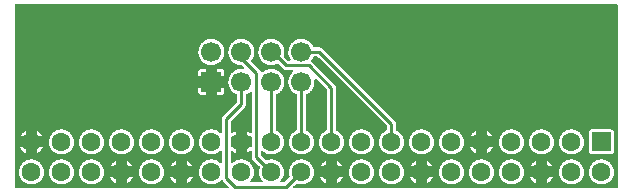
<source format=gbl>
G04 Layer: BottomLayer*
G04 EasyEDA v6.1.52, Wed, 17 Jul 2019 13:51:58 GMT*
G04 0f272f2afd1b494c8b1dbf383a833715,ab89ba01d8c54d20b0ee7efe4e0f3ffc,10*
G04 Gerber Generator version 0.2*
G04 Scale: 100 percent, Rotated: No, Reflected: No *
G04 Dimensions in inches *
G04 leading zeros omitted , absolute positions ,2 integer and 4 decimal *
%FSLAX24Y24*%
%MOIN*%
G90*
G70D02*

%ADD10C,0.010000*%
%ADD18C,0.062992*%
%ADD19R,0.066929X0.066929*%
%ADD20C,0.066929*%

%LPD*%
G36*
G01X20153Y6244D02*
G01X146Y6244D01*
G01X134Y6242D01*
G01X129Y6240D01*
G01X119Y6234D01*
G01X115Y6230D01*
G01X109Y6220D01*
G01X107Y6215D01*
G01X105Y6203D01*
G01X105Y146D01*
G01X107Y134D01*
G01X109Y129D01*
G01X115Y119D01*
G01X119Y115D01*
G01X129Y109D01*
G01X134Y107D01*
G01X146Y105D01*
G01X7183Y105D01*
G01X7195Y107D01*
G01X7200Y109D01*
G01X7210Y115D01*
G01X7214Y119D01*
G01X7220Y129D01*
G01X7222Y134D01*
G01X7223Y140D01*
G01X7223Y152D01*
G01X7219Y164D01*
G01X7216Y169D01*
G01X7212Y174D01*
G01X7032Y354D01*
G01X7023Y367D01*
G01X7019Y372D01*
G01X7015Y376D01*
G01X7011Y379D01*
G01X7006Y382D01*
G01X7001Y384D01*
G01X6995Y385D01*
G01X6983Y385D01*
G01X6976Y383D01*
G01X6964Y377D01*
G01X6960Y372D01*
G01X6934Y346D01*
G01X6906Y322D01*
G01X6891Y311D01*
G01X6876Y301D01*
G01X6860Y291D01*
G01X6844Y282D01*
G01X6828Y274D01*
G01X6811Y266D01*
G01X6794Y259D01*
G01X6776Y253D01*
G01X6759Y248D01*
G01X6723Y240D01*
G01X6705Y237D01*
G01X6686Y235D01*
G01X6668Y234D01*
G01X6631Y234D01*
G01X6612Y235D01*
G01X6594Y237D01*
G01X6575Y240D01*
G01X6557Y244D01*
G01X6521Y254D01*
G01X6503Y260D01*
G01X6486Y267D01*
G01X6452Y283D01*
G01X6436Y292D01*
G01X6420Y302D01*
G01X6390Y324D01*
G01X6376Y336D01*
G01X6362Y349D01*
G01X6349Y362D01*
G01X6336Y376D01*
G01X6324Y390D01*
G01X6302Y420D01*
G01X6292Y436D01*
G01X6283Y452D01*
G01X6267Y486D01*
G01X6260Y503D01*
G01X6254Y521D01*
G01X6244Y557D01*
G01X6240Y575D01*
G01X6237Y594D01*
G01X6235Y612D01*
G01X6234Y631D01*
G01X6234Y668D01*
G01X6235Y687D01*
G01X6237Y705D01*
G01X6240Y724D01*
G01X6244Y742D01*
G01X6254Y778D01*
G01X6260Y796D01*
G01X6267Y813D01*
G01X6283Y847D01*
G01X6292Y863D01*
G01X6302Y879D01*
G01X6324Y909D01*
G01X6336Y923D01*
G01X6349Y937D01*
G01X6362Y950D01*
G01X6376Y963D01*
G01X6390Y975D01*
G01X6420Y997D01*
G01X6436Y1007D01*
G01X6452Y1016D01*
G01X6486Y1032D01*
G01X6503Y1039D01*
G01X6521Y1045D01*
G01X6557Y1055D01*
G01X6575Y1059D01*
G01X6594Y1062D01*
G01X6612Y1064D01*
G01X6631Y1065D01*
G01X6669Y1065D01*
G01X6688Y1064D01*
G01X6726Y1058D01*
G01X6745Y1054D01*
G01X6783Y1044D01*
G01X6819Y1030D01*
G01X6853Y1012D01*
G01X6870Y1002D01*
G01X6886Y992D01*
G01X6902Y980D01*
G01X6917Y968D01*
G01X6931Y955D01*
G01X6941Y949D01*
G01X6953Y945D01*
G01X6964Y945D01*
G01X6970Y946D01*
G01X6975Y948D01*
G01X6980Y951D01*
G01X6985Y955D01*
G01X6989Y959D01*
G01X6992Y963D01*
G01X6995Y968D01*
G01X6997Y974D01*
G01X6998Y979D01*
G01X6998Y1320D01*
G01X6997Y1325D01*
G01X6995Y1331D01*
G01X6992Y1336D01*
G01X6989Y1340D01*
G01X6985Y1344D01*
G01X6980Y1348D01*
G01X6975Y1351D01*
G01X6970Y1353D01*
G01X6964Y1354D01*
G01X6953Y1354D01*
G01X6941Y1350D01*
G01X6931Y1344D01*
G01X6917Y1331D01*
G01X6902Y1319D01*
G01X6886Y1307D01*
G01X6870Y1297D01*
G01X6853Y1287D01*
G01X6819Y1269D01*
G01X6783Y1255D01*
G01X6745Y1245D01*
G01X6726Y1241D01*
G01X6688Y1235D01*
G01X6669Y1234D01*
G01X6631Y1234D01*
G01X6612Y1235D01*
G01X6594Y1237D01*
G01X6575Y1240D01*
G01X6557Y1244D01*
G01X6521Y1254D01*
G01X6503Y1260D01*
G01X6486Y1267D01*
G01X6452Y1283D01*
G01X6436Y1292D01*
G01X6420Y1302D01*
G01X6390Y1324D01*
G01X6376Y1336D01*
G01X6362Y1349D01*
G01X6349Y1362D01*
G01X6336Y1376D01*
G01X6324Y1390D01*
G01X6302Y1420D01*
G01X6292Y1436D01*
G01X6283Y1452D01*
G01X6267Y1486D01*
G01X6260Y1503D01*
G01X6254Y1521D01*
G01X6244Y1557D01*
G01X6240Y1575D01*
G01X6237Y1594D01*
G01X6235Y1612D01*
G01X6234Y1631D01*
G01X6234Y1668D01*
G01X6235Y1687D01*
G01X6237Y1705D01*
G01X6240Y1724D01*
G01X6244Y1742D01*
G01X6254Y1778D01*
G01X6260Y1796D01*
G01X6267Y1813D01*
G01X6283Y1847D01*
G01X6292Y1863D01*
G01X6302Y1879D01*
G01X6324Y1909D01*
G01X6336Y1923D01*
G01X6349Y1937D01*
G01X6362Y1950D01*
G01X6376Y1963D01*
G01X6390Y1975D01*
G01X6420Y1997D01*
G01X6436Y2007D01*
G01X6452Y2016D01*
G01X6486Y2032D01*
G01X6503Y2039D01*
G01X6521Y2045D01*
G01X6557Y2055D01*
G01X6575Y2059D01*
G01X6594Y2062D01*
G01X6612Y2064D01*
G01X6631Y2065D01*
G01X6669Y2065D01*
G01X6688Y2064D01*
G01X6726Y2058D01*
G01X6745Y2054D01*
G01X6783Y2044D01*
G01X6819Y2030D01*
G01X6853Y2012D01*
G01X6870Y2002D01*
G01X6886Y1992D01*
G01X6902Y1980D01*
G01X6917Y1968D01*
G01X6931Y1955D01*
G01X6941Y1949D01*
G01X6953Y1945D01*
G01X6964Y1945D01*
G01X6970Y1946D01*
G01X6975Y1948D01*
G01X6980Y1951D01*
G01X6985Y1955D01*
G01X6989Y1959D01*
G01X6992Y1963D01*
G01X6995Y1968D01*
G01X6997Y1974D01*
G01X6998Y1979D01*
G01X6998Y2400D01*
G01X6999Y2411D01*
G01X7000Y2423D01*
G01X7003Y2435D01*
G01X7006Y2446D01*
G01X7010Y2457D01*
G01X7015Y2468D01*
G01X7027Y2488D01*
G01X7035Y2498D01*
G01X7487Y2950D01*
G01X7491Y2955D01*
G01X7494Y2960D01*
G01X7497Y2966D01*
G01X7498Y2972D01*
G01X7498Y3220D01*
G01X7497Y3225D01*
G01X7495Y3231D01*
G01X7492Y3236D01*
G01X7480Y3248D01*
G01X7475Y3251D01*
G01X7458Y3258D01*
G01X7441Y3267D01*
G01X7425Y3276D01*
G01X7409Y3286D01*
G01X7379Y3308D01*
G01X7364Y3320D01*
G01X7351Y3333D01*
G01X7337Y3346D01*
G01X7325Y3359D01*
G01X7312Y3374D01*
G01X7301Y3388D01*
G01X7290Y3403D01*
G01X7270Y3435D01*
G01X7261Y3452D01*
G01X7253Y3468D01*
G01X7246Y3486D01*
G01X7239Y3503D01*
G01X7233Y3521D01*
G01X7228Y3539D01*
G01X7220Y3575D01*
G01X7217Y3594D01*
G01X7215Y3612D01*
G01X7214Y3631D01*
G01X7214Y3669D01*
G01X7216Y3687D01*
G01X7220Y3725D01*
G01X7224Y3744D01*
G01X7229Y3762D01*
G01X7234Y3781D01*
G01X7240Y3798D01*
G01X7247Y3816D01*
G01X7255Y3834D01*
G01X7263Y3851D01*
G01X7272Y3867D01*
G01X7282Y3884D01*
G01X7293Y3899D01*
G01X7304Y3915D01*
G01X7316Y3930D01*
G01X7328Y3944D01*
G01X7341Y3958D01*
G01X7355Y3971D01*
G01X7369Y3983D01*
G01X7384Y3995D01*
G01X7400Y4006D01*
G01X7415Y4017D01*
G01X7432Y4027D01*
G01X7448Y4036D01*
G01X7465Y4044D01*
G01X7483Y4052D01*
G01X7501Y4059D01*
G01X7518Y4065D01*
G01X7537Y4070D01*
G01X7555Y4075D01*
G01X7574Y4079D01*
G01X7612Y4083D01*
G01X7630Y4085D01*
G01X7650Y4085D01*
G01X7676Y4084D01*
G01X7702Y4082D01*
G01X7713Y4082D01*
G01X7719Y4083D01*
G01X7724Y4085D01*
G01X7729Y4088D01*
G01X7733Y4091D01*
G01X7737Y4095D01*
G01X7741Y4100D01*
G01X7744Y4105D01*
G01X7746Y4110D01*
G01X7747Y4116D01*
G01X7747Y4128D01*
G01X7743Y4140D01*
G01X7740Y4145D01*
G01X7736Y4150D01*
G01X7683Y4202D01*
G01X7679Y4206D01*
G01X7673Y4210D01*
G01X7667Y4212D01*
G01X7655Y4214D01*
G01X7630Y4214D01*
G01X7612Y4216D01*
G01X7574Y4220D01*
G01X7555Y4224D01*
G01X7537Y4229D01*
G01X7518Y4234D01*
G01X7501Y4240D01*
G01X7483Y4247D01*
G01X7465Y4255D01*
G01X7448Y4263D01*
G01X7432Y4272D01*
G01X7415Y4282D01*
G01X7400Y4293D01*
G01X7384Y4304D01*
G01X7369Y4316D01*
G01X7355Y4328D01*
G01X7341Y4341D01*
G01X7328Y4355D01*
G01X7316Y4369D01*
G01X7304Y4384D01*
G01X7293Y4400D01*
G01X7282Y4415D01*
G01X7272Y4432D01*
G01X7263Y4448D01*
G01X7255Y4465D01*
G01X7247Y4483D01*
G01X7240Y4501D01*
G01X7234Y4518D01*
G01X7229Y4537D01*
G01X7224Y4555D01*
G01X7220Y4574D01*
G01X7216Y4612D01*
G01X7214Y4630D01*
G01X7214Y4669D01*
G01X7216Y4687D01*
G01X7220Y4725D01*
G01X7224Y4744D01*
G01X7229Y4762D01*
G01X7234Y4781D01*
G01X7240Y4798D01*
G01X7247Y4816D01*
G01X7255Y4834D01*
G01X7263Y4851D01*
G01X7272Y4867D01*
G01X7282Y4884D01*
G01X7293Y4899D01*
G01X7304Y4915D01*
G01X7316Y4930D01*
G01X7328Y4944D01*
G01X7341Y4958D01*
G01X7355Y4971D01*
G01X7369Y4983D01*
G01X7384Y4995D01*
G01X7400Y5006D01*
G01X7415Y5017D01*
G01X7432Y5027D01*
G01X7448Y5036D01*
G01X7465Y5044D01*
G01X7483Y5052D01*
G01X7501Y5059D01*
G01X7518Y5065D01*
G01X7537Y5070D01*
G01X7555Y5075D01*
G01X7574Y5079D01*
G01X7612Y5083D01*
G01X7630Y5085D01*
G01X7669Y5085D01*
G01X7687Y5083D01*
G01X7725Y5079D01*
G01X7744Y5075D01*
G01X7762Y5070D01*
G01X7781Y5065D01*
G01X7798Y5059D01*
G01X7816Y5052D01*
G01X7834Y5044D01*
G01X7851Y5036D01*
G01X7867Y5027D01*
G01X7884Y5017D01*
G01X7899Y5006D01*
G01X7915Y4995D01*
G01X7930Y4983D01*
G01X7944Y4971D01*
G01X7958Y4958D01*
G01X7971Y4944D01*
G01X7983Y4930D01*
G01X7995Y4915D01*
G01X8006Y4899D01*
G01X8017Y4884D01*
G01X8027Y4867D01*
G01X8036Y4851D01*
G01X8044Y4834D01*
G01X8052Y4816D01*
G01X8059Y4798D01*
G01X8065Y4781D01*
G01X8070Y4762D01*
G01X8075Y4744D01*
G01X8079Y4725D01*
G01X8083Y4687D01*
G01X8085Y4669D01*
G01X8085Y4630D01*
G01X8081Y4590D01*
G01X8078Y4571D01*
G01X8074Y4551D01*
G01X8069Y4532D01*
G01X8063Y4513D01*
G01X8057Y4495D01*
G01X8049Y4476D01*
G01X8041Y4458D01*
G01X8032Y4441D01*
G01X8022Y4424D01*
G01X8011Y4407D01*
G01X8000Y4391D01*
G01X7988Y4375D01*
G01X7984Y4370D01*
G01X7981Y4363D01*
G01X7980Y4357D01*
G01X7979Y4350D01*
G01X7981Y4338D01*
G01X7983Y4332D01*
G01X7991Y4322D01*
G01X8256Y4056D01*
G01X8265Y4047D01*
G01X8279Y4027D01*
G01X8285Y4016D01*
G01X8290Y4004D01*
G01X8294Y3993D01*
G01X8296Y3987D01*
G01X8299Y3982D01*
G01X8302Y3978D01*
G01X8306Y3974D01*
G01X8311Y3970D01*
G01X8321Y3966D01*
G01X8333Y3964D01*
G01X8338Y3965D01*
G01X8344Y3966D01*
G01X8349Y3968D01*
G01X8355Y3971D01*
G01X8359Y3974D01*
G01X8373Y3986D01*
G01X8388Y3998D01*
G01X8403Y4009D01*
G01X8435Y4029D01*
G01X8451Y4038D01*
G01X8468Y4046D01*
G01X8485Y4053D01*
G01X8503Y4060D01*
G01X8521Y4066D01*
G01X8539Y4071D01*
G01X8575Y4079D01*
G01X8594Y4082D01*
G01X8612Y4084D01*
G01X8631Y4085D01*
G01X8669Y4085D01*
G01X8687Y4083D01*
G01X8725Y4079D01*
G01X8744Y4075D01*
G01X8762Y4070D01*
G01X8781Y4065D01*
G01X8798Y4059D01*
G01X8816Y4052D01*
G01X8834Y4044D01*
G01X8851Y4036D01*
G01X8867Y4027D01*
G01X8884Y4017D01*
G01X8899Y4006D01*
G01X8915Y3995D01*
G01X8930Y3983D01*
G01X8944Y3971D01*
G01X8958Y3958D01*
G01X8971Y3944D01*
G01X8983Y3930D01*
G01X8995Y3915D01*
G01X9006Y3899D01*
G01X9017Y3884D01*
G01X9027Y3867D01*
G01X9036Y3851D01*
G01X9044Y3834D01*
G01X9052Y3816D01*
G01X9059Y3798D01*
G01X9065Y3781D01*
G01X9070Y3762D01*
G01X9075Y3744D01*
G01X9079Y3725D01*
G01X9083Y3687D01*
G01X9085Y3669D01*
G01X9085Y3631D01*
G01X9084Y3612D01*
G01X9082Y3594D01*
G01X9079Y3575D01*
G01X9071Y3539D01*
G01X9066Y3521D01*
G01X9060Y3503D01*
G01X9053Y3486D01*
G01X9046Y3468D01*
G01X9038Y3452D01*
G01X9029Y3435D01*
G01X9009Y3403D01*
G01X8998Y3388D01*
G01X8987Y3374D01*
G01X8974Y3359D01*
G01X8962Y3346D01*
G01X8948Y3333D01*
G01X8935Y3320D01*
G01X8920Y3308D01*
G01X8890Y3286D01*
G01X8874Y3276D01*
G01X8858Y3267D01*
G01X8841Y3258D01*
G01X8824Y3251D01*
G01X8819Y3248D01*
G01X8807Y3236D01*
G01X8804Y3231D01*
G01X8802Y3225D01*
G01X8801Y3220D01*
G01X8801Y2058D01*
G01X8802Y2052D01*
G01X8804Y2047D01*
G01X8810Y2037D01*
G01X8814Y2033D01*
G01X8824Y2027D01*
G01X8841Y2019D01*
G01X8857Y2010D01*
G01X8874Y2000D01*
G01X8889Y1989D01*
G01X8905Y1978D01*
G01X8933Y1954D01*
G01X8947Y1940D01*
G01X8960Y1926D01*
G01X8972Y1912D01*
G01X8984Y1897D01*
G01X8995Y1882D01*
G01X9005Y1866D01*
G01X9023Y1832D01*
G01X9031Y1815D01*
G01X9038Y1798D01*
G01X9045Y1780D01*
G01X9050Y1762D01*
G01X9055Y1743D01*
G01X9059Y1725D01*
G01X9062Y1706D01*
G01X9064Y1687D01*
G01X9065Y1668D01*
G01X9065Y1631D01*
G01X9064Y1612D01*
G01X9062Y1594D01*
G01X9059Y1575D01*
G01X9055Y1557D01*
G01X9045Y1521D01*
G01X9039Y1503D01*
G01X9032Y1486D01*
G01X9016Y1452D01*
G01X9007Y1436D01*
G01X8997Y1420D01*
G01X8975Y1390D01*
G01X8963Y1376D01*
G01X8950Y1362D01*
G01X8937Y1349D01*
G01X8923Y1336D01*
G01X8909Y1324D01*
G01X8879Y1302D01*
G01X8863Y1292D01*
G01X8847Y1283D01*
G01X8813Y1267D01*
G01X8796Y1260D01*
G01X8778Y1254D01*
G01X8742Y1244D01*
G01X8724Y1240D01*
G01X8705Y1237D01*
G01X8687Y1235D01*
G01X8668Y1234D01*
G01X8630Y1234D01*
G01X8611Y1235D01*
G01X8573Y1241D01*
G01X8554Y1245D01*
G01X8516Y1255D01*
G01X8480Y1269D01*
G01X8446Y1287D01*
G01X8429Y1297D01*
G01X8413Y1307D01*
G01X8397Y1319D01*
G01X8382Y1331D01*
G01X8368Y1344D01*
G01X8358Y1350D01*
G01X8346Y1354D01*
G01X8335Y1354D01*
G01X8329Y1353D01*
G01X8324Y1351D01*
G01X8319Y1348D01*
G01X8314Y1344D01*
G01X8310Y1340D01*
G01X8307Y1336D01*
G01X8304Y1331D01*
G01X8302Y1325D01*
G01X8301Y1320D01*
G01X8301Y1222D01*
G01X8302Y1216D01*
G01X8305Y1210D01*
G01X8308Y1205D01*
G01X8312Y1200D01*
G01X8464Y1049D01*
G01X8468Y1045D01*
G01X8474Y1042D01*
G01X8479Y1039D01*
G01X8486Y1038D01*
G01X8492Y1037D01*
G01X8499Y1038D01*
G01X8506Y1040D01*
G01X8523Y1046D01*
G01X8541Y1051D01*
G01X8558Y1055D01*
G01X8576Y1059D01*
G01X8595Y1062D01*
G01X8613Y1064D01*
G01X8631Y1065D01*
G01X8668Y1065D01*
G01X8687Y1064D01*
G01X8705Y1062D01*
G01X8724Y1059D01*
G01X8742Y1055D01*
G01X8778Y1045D01*
G01X8796Y1039D01*
G01X8813Y1032D01*
G01X8847Y1016D01*
G01X8863Y1007D01*
G01X8879Y997D01*
G01X8909Y975D01*
G01X8923Y963D01*
G01X8937Y950D01*
G01X8950Y937D01*
G01X8963Y923D01*
G01X8975Y909D01*
G01X8997Y879D01*
G01X9007Y863D01*
G01X9016Y847D01*
G01X9032Y813D01*
G01X9039Y796D01*
G01X9045Y778D01*
G01X9055Y742D01*
G01X9059Y724D01*
G01X9062Y705D01*
G01X9064Y687D01*
G01X9065Y668D01*
G01X9065Y630D01*
G01X9064Y611D01*
G01X9058Y573D01*
G01X9054Y554D01*
G01X9044Y516D01*
G01X9030Y480D01*
G01X9012Y446D01*
G01X9002Y429D01*
G01X8992Y413D01*
G01X8980Y397D01*
G01X8968Y382D01*
G01X8955Y368D01*
G01X8949Y358D01*
G01X8945Y346D01*
G01X8945Y335D01*
G01X8946Y329D01*
G01X8948Y324D01*
G01X8951Y319D01*
G01X8955Y314D01*
G01X8959Y310D01*
G01X8963Y307D01*
G01X8968Y304D01*
G01X8974Y302D01*
G01X8979Y301D01*
G01X9077Y301D01*
G01X9083Y302D01*
G01X9089Y305D01*
G01X9094Y308D01*
G01X9099Y312D01*
G01X9250Y464D01*
G01X9254Y468D01*
G01X9257Y474D01*
G01X9260Y479D01*
G01X9261Y486D01*
G01X9262Y492D01*
G01X9261Y499D01*
G01X9259Y506D01*
G01X9253Y523D01*
G01X9248Y541D01*
G01X9244Y558D01*
G01X9240Y576D01*
G01X9237Y595D01*
G01X9235Y613D01*
G01X9234Y631D01*
G01X9234Y668D01*
G01X9235Y687D01*
G01X9237Y705D01*
G01X9240Y724D01*
G01X9244Y742D01*
G01X9254Y778D01*
G01X9260Y796D01*
G01X9267Y813D01*
G01X9283Y847D01*
G01X9292Y863D01*
G01X9302Y879D01*
G01X9324Y909D01*
G01X9336Y923D01*
G01X9349Y937D01*
G01X9362Y950D01*
G01X9376Y963D01*
G01X9390Y975D01*
G01X9420Y997D01*
G01X9436Y1007D01*
G01X9452Y1016D01*
G01X9486Y1032D01*
G01X9503Y1039D01*
G01X9521Y1045D01*
G01X9557Y1055D01*
G01X9575Y1059D01*
G01X9594Y1062D01*
G01X9612Y1064D01*
G01X9631Y1065D01*
G01X9668Y1065D01*
G01X9687Y1064D01*
G01X9705Y1062D01*
G01X9724Y1059D01*
G01X9742Y1055D01*
G01X9778Y1045D01*
G01X9796Y1039D01*
G01X9813Y1032D01*
G01X9847Y1016D01*
G01X9863Y1007D01*
G01X9879Y997D01*
G01X9909Y975D01*
G01X9923Y963D01*
G01X9937Y950D01*
G01X9950Y937D01*
G01X9963Y923D01*
G01X9975Y909D01*
G01X9997Y879D01*
G01X10007Y863D01*
G01X10016Y847D01*
G01X10032Y813D01*
G01X10039Y796D01*
G01X10045Y778D01*
G01X10055Y742D01*
G01X10059Y724D01*
G01X10062Y705D01*
G01X10064Y687D01*
G01X10065Y668D01*
G01X10065Y631D01*
G01X10064Y612D01*
G01X10062Y594D01*
G01X10059Y575D01*
G01X10055Y557D01*
G01X10045Y521D01*
G01X10039Y503D01*
G01X10032Y486D01*
G01X10016Y452D01*
G01X10007Y436D01*
G01X9997Y420D01*
G01X9975Y390D01*
G01X9963Y376D01*
G01X9950Y362D01*
G01X9937Y349D01*
G01X9923Y336D01*
G01X9909Y324D01*
G01X9879Y302D01*
G01X9863Y292D01*
G01X9847Y283D01*
G01X9813Y267D01*
G01X9796Y260D01*
G01X9778Y254D01*
G01X9742Y244D01*
G01X9724Y240D01*
G01X9705Y237D01*
G01X9687Y235D01*
G01X9668Y234D01*
G01X9631Y234D01*
G01X9613Y235D01*
G01X9595Y237D01*
G01X9576Y240D01*
G01X9558Y244D01*
G01X9541Y248D01*
G01X9523Y253D01*
G01X9506Y259D01*
G01X9499Y261D01*
G01X9492Y262D01*
G01X9486Y261D01*
G01X9479Y260D01*
G01X9474Y257D01*
G01X9468Y254D01*
G01X9464Y250D01*
G01X9387Y174D01*
G01X9383Y169D01*
G01X9380Y164D01*
G01X9376Y152D01*
G01X9376Y140D01*
G01X9377Y134D01*
G01X9379Y129D01*
G01X9385Y119D01*
G01X9389Y115D01*
G01X9399Y109D01*
G01X9404Y107D01*
G01X9416Y105D01*
G01X20153Y105D01*
G01X20165Y107D01*
G01X20170Y109D01*
G01X20180Y115D01*
G01X20184Y119D01*
G01X20190Y129D01*
G01X20192Y134D01*
G01X20193Y140D01*
G01X20193Y6209D01*
G01X20192Y6215D01*
G01X20190Y6220D01*
G01X20184Y6230D01*
G01X20180Y6234D01*
G01X20170Y6240D01*
G01X20165Y6242D01*
G01X20153Y6244D01*
G37*

%LPC*%
G36*
G01X8669Y5085D02*
G01X8630Y5085D01*
G01X8612Y5083D01*
G01X8574Y5079D01*
G01X8555Y5075D01*
G01X8537Y5070D01*
G01X8518Y5065D01*
G01X8501Y5059D01*
G01X8483Y5052D01*
G01X8465Y5044D01*
G01X8448Y5036D01*
G01X8432Y5027D01*
G01X8415Y5017D01*
G01X8400Y5006D01*
G01X8384Y4995D01*
G01X8369Y4983D01*
G01X8355Y4971D01*
G01X8341Y4958D01*
G01X8328Y4944D01*
G01X8316Y4930D01*
G01X8304Y4915D01*
G01X8293Y4899D01*
G01X8282Y4884D01*
G01X8272Y4867D01*
G01X8263Y4851D01*
G01X8255Y4834D01*
G01X8247Y4816D01*
G01X8240Y4798D01*
G01X8234Y4781D01*
G01X8229Y4762D01*
G01X8224Y4744D01*
G01X8220Y4725D01*
G01X8216Y4687D01*
G01X8214Y4669D01*
G01X8214Y4630D01*
G01X8216Y4612D01*
G01X8220Y4574D01*
G01X8224Y4555D01*
G01X8229Y4537D01*
G01X8234Y4518D01*
G01X8240Y4501D01*
G01X8247Y4483D01*
G01X8255Y4465D01*
G01X8263Y4448D01*
G01X8272Y4432D01*
G01X8282Y4415D01*
G01X8293Y4400D01*
G01X8304Y4384D01*
G01X8316Y4369D01*
G01X8328Y4355D01*
G01X8341Y4341D01*
G01X8355Y4328D01*
G01X8369Y4316D01*
G01X8384Y4304D01*
G01X8400Y4293D01*
G01X8415Y4282D01*
G01X8432Y4272D01*
G01X8448Y4263D01*
G01X8465Y4255D01*
G01X8483Y4247D01*
G01X8501Y4240D01*
G01X8518Y4234D01*
G01X8537Y4229D01*
G01X8555Y4224D01*
G01X8574Y4220D01*
G01X8612Y4216D01*
G01X8630Y4214D01*
G01X8669Y4214D01*
G01X8689Y4216D01*
G01X8708Y4218D01*
G01X8728Y4221D01*
G01X8747Y4225D01*
G01X8785Y4235D01*
G01X8804Y4242D01*
G01X8822Y4249D01*
G01X8840Y4258D01*
G01X8845Y4260D01*
G01X8857Y4262D01*
G01X8864Y4261D01*
G01X8870Y4260D01*
G01X8875Y4257D01*
G01X8881Y4254D01*
G01X8886Y4250D01*
G01X9051Y4085D01*
G01X9061Y4077D01*
G01X9081Y4065D01*
G01X9092Y4060D01*
G01X9103Y4056D01*
G01X9114Y4053D01*
G01X9126Y4050D01*
G01X9150Y4048D01*
G01X9343Y4048D01*
G01X9349Y4047D01*
G01X9354Y4045D01*
G01X9364Y4039D01*
G01X9368Y4035D01*
G01X9374Y4025D01*
G01X9376Y4020D01*
G01X9377Y4014D01*
G01X9377Y4003D01*
G01X9376Y3997D01*
G01X9374Y3992D01*
G01X9368Y3982D01*
G01X9364Y3978D01*
G01X9349Y3965D01*
G01X9335Y3951D01*
G01X9322Y3937D01*
G01X9309Y3922D01*
G01X9298Y3906D01*
G01X9286Y3890D01*
G01X9276Y3874D01*
G01X9266Y3857D01*
G01X9257Y3839D01*
G01X9249Y3821D01*
G01X9235Y3785D01*
G01X9225Y3747D01*
G01X9221Y3728D01*
G01X9218Y3708D01*
G01X9216Y3689D01*
G01X9214Y3669D01*
G01X9214Y3631D01*
G01X9215Y3612D01*
G01X9217Y3594D01*
G01X9220Y3575D01*
G01X9228Y3539D01*
G01X9233Y3521D01*
G01X9239Y3503D01*
G01X9246Y3486D01*
G01X9253Y3468D01*
G01X9261Y3452D01*
G01X9270Y3435D01*
G01X9290Y3403D01*
G01X9301Y3388D01*
G01X9312Y3374D01*
G01X9325Y3359D01*
G01X9337Y3346D01*
G01X9351Y3333D01*
G01X9364Y3320D01*
G01X9379Y3308D01*
G01X9409Y3286D01*
G01X9425Y3276D01*
G01X9441Y3267D01*
G01X9458Y3258D01*
G01X9475Y3251D01*
G01X9480Y3248D01*
G01X9492Y3236D01*
G01X9495Y3231D01*
G01X9497Y3225D01*
G01X9498Y3220D01*
G01X9498Y2058D01*
G01X9497Y2052D01*
G01X9495Y2047D01*
G01X9489Y2037D01*
G01X9485Y2033D01*
G01X9475Y2027D01*
G01X9458Y2019D01*
G01X9442Y2010D01*
G01X9425Y2000D01*
G01X9410Y1989D01*
G01X9394Y1978D01*
G01X9366Y1954D01*
G01X9352Y1940D01*
G01X9339Y1926D01*
G01X9327Y1912D01*
G01X9315Y1897D01*
G01X9304Y1882D01*
G01X9294Y1866D01*
G01X9276Y1832D01*
G01X9268Y1815D01*
G01X9261Y1798D01*
G01X9254Y1780D01*
G01X9249Y1762D01*
G01X9244Y1743D01*
G01X9240Y1725D01*
G01X9237Y1706D01*
G01X9235Y1687D01*
G01X9234Y1668D01*
G01X9234Y1631D01*
G01X9235Y1612D01*
G01X9237Y1594D01*
G01X9240Y1575D01*
G01X9244Y1557D01*
G01X9254Y1521D01*
G01X9260Y1503D01*
G01X9267Y1486D01*
G01X9283Y1452D01*
G01X9292Y1436D01*
G01X9302Y1420D01*
G01X9324Y1390D01*
G01X9336Y1376D01*
G01X9349Y1362D01*
G01X9362Y1349D01*
G01X9376Y1336D01*
G01X9390Y1324D01*
G01X9420Y1302D01*
G01X9436Y1292D01*
G01X9452Y1283D01*
G01X9486Y1267D01*
G01X9503Y1260D01*
G01X9521Y1254D01*
G01X9557Y1244D01*
G01X9575Y1240D01*
G01X9594Y1237D01*
G01X9612Y1235D01*
G01X9631Y1234D01*
G01X9668Y1234D01*
G01X9687Y1235D01*
G01X9705Y1237D01*
G01X9724Y1240D01*
G01X9742Y1244D01*
G01X9778Y1254D01*
G01X9796Y1260D01*
G01X9813Y1267D01*
G01X9847Y1283D01*
G01X9863Y1292D01*
G01X9879Y1302D01*
G01X9909Y1324D01*
G01X9923Y1336D01*
G01X9937Y1349D01*
G01X9950Y1362D01*
G01X9963Y1376D01*
G01X9975Y1390D01*
G01X9997Y1420D01*
G01X10007Y1436D01*
G01X10016Y1452D01*
G01X10032Y1486D01*
G01X10039Y1503D01*
G01X10045Y1521D01*
G01X10055Y1557D01*
G01X10059Y1575D01*
G01X10062Y1594D01*
G01X10064Y1612D01*
G01X10065Y1631D01*
G01X10065Y1668D01*
G01X10064Y1687D01*
G01X10062Y1706D01*
G01X10059Y1725D01*
G01X10055Y1743D01*
G01X10050Y1762D01*
G01X10045Y1780D01*
G01X10038Y1798D01*
G01X10031Y1815D01*
G01X10023Y1832D01*
G01X10005Y1866D01*
G01X9995Y1882D01*
G01X9984Y1897D01*
G01X9972Y1912D01*
G01X9960Y1926D01*
G01X9947Y1940D01*
G01X9933Y1954D01*
G01X9905Y1978D01*
G01X9889Y1989D01*
G01X9874Y2000D01*
G01X9857Y2010D01*
G01X9841Y2019D01*
G01X9824Y2027D01*
G01X9814Y2033D01*
G01X9810Y2037D01*
G01X9804Y2047D01*
G01X9802Y2052D01*
G01X9801Y2058D01*
G01X9801Y3220D01*
G01X9802Y3225D01*
G01X9804Y3231D01*
G01X9807Y3236D01*
G01X9819Y3248D01*
G01X9824Y3251D01*
G01X9841Y3258D01*
G01X9858Y3267D01*
G01X9874Y3276D01*
G01X9890Y3286D01*
G01X9920Y3308D01*
G01X9935Y3320D01*
G01X9948Y3333D01*
G01X9962Y3346D01*
G01X9974Y3359D01*
G01X9987Y3374D01*
G01X9998Y3388D01*
G01X10009Y3403D01*
G01X10029Y3435D01*
G01X10038Y3452D01*
G01X10046Y3468D01*
G01X10053Y3486D01*
G01X10060Y3503D01*
G01X10066Y3521D01*
G01X10071Y3539D01*
G01X10079Y3575D01*
G01X10082Y3594D01*
G01X10084Y3612D01*
G01X10085Y3631D01*
G01X10085Y3650D01*
G01X10084Y3676D01*
G01X10082Y3702D01*
G01X10082Y3713D01*
G01X10083Y3719D01*
G01X10085Y3724D01*
G01X10088Y3729D01*
G01X10091Y3733D01*
G01X10095Y3737D01*
G01X10100Y3741D01*
G01X10105Y3744D01*
G01X10110Y3746D01*
G01X10116Y3747D01*
G01X10128Y3747D01*
G01X10140Y3743D01*
G01X10145Y3740D01*
G01X10150Y3736D01*
G01X10487Y3399D01*
G01X10491Y3394D01*
G01X10494Y3389D01*
G01X10497Y3383D01*
G01X10498Y3377D01*
G01X10498Y2058D01*
G01X10497Y2052D01*
G01X10495Y2047D01*
G01X10489Y2037D01*
G01X10485Y2033D01*
G01X10475Y2027D01*
G01X10458Y2019D01*
G01X10442Y2010D01*
G01X10425Y2000D01*
G01X10410Y1989D01*
G01X10394Y1978D01*
G01X10366Y1954D01*
G01X10352Y1940D01*
G01X10339Y1926D01*
G01X10327Y1912D01*
G01X10315Y1897D01*
G01X10304Y1882D01*
G01X10294Y1866D01*
G01X10276Y1832D01*
G01X10268Y1815D01*
G01X10261Y1798D01*
G01X10254Y1780D01*
G01X10249Y1762D01*
G01X10244Y1743D01*
G01X10240Y1725D01*
G01X10237Y1706D01*
G01X10235Y1687D01*
G01X10234Y1668D01*
G01X10234Y1631D01*
G01X10235Y1612D01*
G01X10237Y1594D01*
G01X10240Y1575D01*
G01X10244Y1557D01*
G01X10254Y1521D01*
G01X10260Y1503D01*
G01X10267Y1486D01*
G01X10283Y1452D01*
G01X10292Y1436D01*
G01X10302Y1420D01*
G01X10324Y1390D01*
G01X10336Y1376D01*
G01X10349Y1362D01*
G01X10362Y1349D01*
G01X10376Y1336D01*
G01X10390Y1324D01*
G01X10420Y1302D01*
G01X10436Y1292D01*
G01X10452Y1283D01*
G01X10486Y1267D01*
G01X10503Y1260D01*
G01X10521Y1254D01*
G01X10557Y1244D01*
G01X10575Y1240D01*
G01X10594Y1237D01*
G01X10612Y1235D01*
G01X10631Y1234D01*
G01X10668Y1234D01*
G01X10687Y1235D01*
G01X10705Y1237D01*
G01X10724Y1240D01*
G01X10742Y1244D01*
G01X10778Y1254D01*
G01X10796Y1260D01*
G01X10813Y1267D01*
G01X10847Y1283D01*
G01X10863Y1292D01*
G01X10879Y1302D01*
G01X10909Y1324D01*
G01X10923Y1336D01*
G01X10937Y1349D01*
G01X10950Y1362D01*
G01X10963Y1376D01*
G01X10975Y1390D01*
G01X10997Y1420D01*
G01X11007Y1436D01*
G01X11016Y1452D01*
G01X11032Y1486D01*
G01X11039Y1503D01*
G01X11045Y1521D01*
G01X11055Y1557D01*
G01X11059Y1575D01*
G01X11062Y1594D01*
G01X11064Y1612D01*
G01X11065Y1631D01*
G01X11065Y1668D01*
G01X11064Y1687D01*
G01X11062Y1706D01*
G01X11059Y1725D01*
G01X11055Y1743D01*
G01X11050Y1762D01*
G01X11045Y1780D01*
G01X11038Y1798D01*
G01X11031Y1815D01*
G01X11023Y1832D01*
G01X11005Y1866D01*
G01X10995Y1882D01*
G01X10984Y1897D01*
G01X10972Y1912D01*
G01X10960Y1926D01*
G01X10947Y1940D01*
G01X10933Y1954D01*
G01X10905Y1978D01*
G01X10889Y1989D01*
G01X10874Y2000D01*
G01X10857Y2010D01*
G01X10841Y2019D01*
G01X10824Y2027D01*
G01X10814Y2033D01*
G01X10810Y2037D01*
G01X10804Y2047D01*
G01X10802Y2052D01*
G01X10801Y2058D01*
G01X10801Y3449D01*
G01X10799Y3473D01*
G01X10796Y3485D01*
G01X10793Y3496D01*
G01X10789Y3507D01*
G01X10784Y3518D01*
G01X10772Y3538D01*
G01X10764Y3548D01*
G01X10006Y4306D01*
G01X9993Y4318D01*
G01X9989Y4322D01*
G01X9985Y4327D01*
G01X9982Y4332D01*
G01X9980Y4337D01*
G01X9978Y4349D01*
G01X9979Y4356D01*
G01X9981Y4362D01*
G01X9983Y4369D01*
G01X9987Y4374D01*
G01X10011Y4406D01*
G01X10021Y4422D01*
G01X10031Y4439D01*
G01X10040Y4457D01*
G01X10048Y4475D01*
G01X10051Y4480D01*
G01X10063Y4492D01*
G01X10068Y4495D01*
G01X10074Y4497D01*
G01X10079Y4498D01*
G01X10177Y4498D01*
G01X10183Y4497D01*
G01X10189Y4494D01*
G01X10194Y4491D01*
G01X10199Y4487D01*
G01X12487Y2199D01*
G01X12491Y2194D01*
G01X12494Y2189D01*
G01X12497Y2183D01*
G01X12498Y2177D01*
G01X12498Y2058D01*
G01X12497Y2052D01*
G01X12495Y2047D01*
G01X12489Y2037D01*
G01X12485Y2033D01*
G01X12475Y2027D01*
G01X12458Y2019D01*
G01X12442Y2010D01*
G01X12425Y2000D01*
G01X12410Y1989D01*
G01X12394Y1978D01*
G01X12366Y1954D01*
G01X12352Y1940D01*
G01X12339Y1926D01*
G01X12327Y1912D01*
G01X12315Y1897D01*
G01X12304Y1882D01*
G01X12294Y1866D01*
G01X12276Y1832D01*
G01X12268Y1815D01*
G01X12261Y1798D01*
G01X12254Y1780D01*
G01X12249Y1762D01*
G01X12244Y1743D01*
G01X12240Y1725D01*
G01X12237Y1706D01*
G01X12235Y1687D01*
G01X12234Y1668D01*
G01X12234Y1631D01*
G01X12235Y1612D01*
G01X12237Y1594D01*
G01X12240Y1575D01*
G01X12244Y1557D01*
G01X12254Y1521D01*
G01X12260Y1503D01*
G01X12267Y1486D01*
G01X12283Y1452D01*
G01X12292Y1436D01*
G01X12302Y1420D01*
G01X12324Y1390D01*
G01X12336Y1376D01*
G01X12349Y1362D01*
G01X12362Y1349D01*
G01X12376Y1336D01*
G01X12390Y1324D01*
G01X12420Y1302D01*
G01X12436Y1292D01*
G01X12452Y1283D01*
G01X12486Y1267D01*
G01X12503Y1260D01*
G01X12521Y1254D01*
G01X12557Y1244D01*
G01X12575Y1240D01*
G01X12594Y1237D01*
G01X12612Y1235D01*
G01X12631Y1234D01*
G01X12668Y1234D01*
G01X12687Y1235D01*
G01X12705Y1237D01*
G01X12724Y1240D01*
G01X12742Y1244D01*
G01X12778Y1254D01*
G01X12796Y1260D01*
G01X12813Y1267D01*
G01X12847Y1283D01*
G01X12863Y1292D01*
G01X12879Y1302D01*
G01X12909Y1324D01*
G01X12923Y1336D01*
G01X12937Y1349D01*
G01X12950Y1362D01*
G01X12963Y1376D01*
G01X12975Y1390D01*
G01X12997Y1420D01*
G01X13007Y1436D01*
G01X13016Y1452D01*
G01X13032Y1486D01*
G01X13039Y1503D01*
G01X13045Y1521D01*
G01X13055Y1557D01*
G01X13059Y1575D01*
G01X13062Y1594D01*
G01X13064Y1612D01*
G01X13065Y1631D01*
G01X13065Y1668D01*
G01X13064Y1687D01*
G01X13062Y1706D01*
G01X13059Y1725D01*
G01X13055Y1743D01*
G01X13050Y1762D01*
G01X13045Y1780D01*
G01X13038Y1798D01*
G01X13031Y1815D01*
G01X13023Y1832D01*
G01X13005Y1866D01*
G01X12995Y1882D01*
G01X12984Y1897D01*
G01X12972Y1912D01*
G01X12960Y1926D01*
G01X12947Y1940D01*
G01X12933Y1954D01*
G01X12905Y1978D01*
G01X12889Y1989D01*
G01X12874Y2000D01*
G01X12857Y2010D01*
G01X12841Y2019D01*
G01X12824Y2027D01*
G01X12814Y2033D01*
G01X12810Y2037D01*
G01X12804Y2047D01*
G01X12802Y2052D01*
G01X12801Y2058D01*
G01X12801Y2249D01*
G01X12799Y2273D01*
G01X12796Y2285D01*
G01X12793Y2296D01*
G01X12789Y2307D01*
G01X12784Y2318D01*
G01X12772Y2338D01*
G01X12764Y2348D01*
G01X10348Y4764D01*
G01X10338Y4772D01*
G01X10318Y4784D01*
G01X10307Y4789D01*
G01X10296Y4793D01*
G01X10285Y4796D01*
G01X10273Y4799D01*
G01X10261Y4800D01*
G01X10250Y4801D01*
G01X10079Y4801D01*
G01X10074Y4802D01*
G01X10068Y4804D01*
G01X10063Y4807D01*
G01X10051Y4819D01*
G01X10048Y4824D01*
G01X10041Y4841D01*
G01X10032Y4858D01*
G01X10023Y4874D01*
G01X10013Y4890D01*
G01X9991Y4920D01*
G01X9979Y4935D01*
G01X9966Y4948D01*
G01X9953Y4962D01*
G01X9940Y4974D01*
G01X9925Y4987D01*
G01X9911Y4998D01*
G01X9896Y5009D01*
G01X9864Y5029D01*
G01X9847Y5038D01*
G01X9831Y5046D01*
G01X9813Y5053D01*
G01X9796Y5060D01*
G01X9778Y5066D01*
G01X9760Y5071D01*
G01X9724Y5079D01*
G01X9705Y5082D01*
G01X9687Y5084D01*
G01X9668Y5085D01*
G01X9630Y5085D01*
G01X9612Y5083D01*
G01X9574Y5079D01*
G01X9555Y5075D01*
G01X9537Y5070D01*
G01X9518Y5065D01*
G01X9501Y5059D01*
G01X9483Y5052D01*
G01X9465Y5044D01*
G01X9448Y5036D01*
G01X9432Y5027D01*
G01X9415Y5017D01*
G01X9400Y5006D01*
G01X9384Y4995D01*
G01X9369Y4983D01*
G01X9355Y4971D01*
G01X9341Y4958D01*
G01X9328Y4944D01*
G01X9316Y4930D01*
G01X9304Y4915D01*
G01X9293Y4899D01*
G01X9282Y4884D01*
G01X9272Y4867D01*
G01X9263Y4851D01*
G01X9255Y4834D01*
G01X9247Y4816D01*
G01X9240Y4798D01*
G01X9234Y4781D01*
G01X9229Y4762D01*
G01X9224Y4744D01*
G01X9220Y4725D01*
G01X9216Y4687D01*
G01X9214Y4669D01*
G01X9214Y4630D01*
G01X9218Y4592D01*
G01X9224Y4554D01*
G01X9229Y4535D01*
G01X9235Y4517D01*
G01X9241Y4498D01*
G01X9248Y4480D01*
G01X9256Y4463D01*
G01X9274Y4429D01*
G01X9284Y4412D01*
G01X9287Y4407D01*
G01X9289Y4402D01*
G01X9290Y4396D01*
G01X9291Y4391D01*
G01X9289Y4379D01*
G01X9287Y4374D01*
G01X9281Y4364D01*
G01X9277Y4360D01*
G01X9267Y4354D01*
G01X9262Y4352D01*
G01X9256Y4351D01*
G01X9222Y4351D01*
G01X9216Y4352D01*
G01X9210Y4355D01*
G01X9205Y4358D01*
G01X9200Y4362D01*
G01X9077Y4485D01*
G01X9073Y4490D01*
G01X9070Y4496D01*
G01X9067Y4501D01*
G01X9066Y4507D01*
G01X9065Y4514D01*
G01X9066Y4520D01*
G01X9067Y4525D01*
G01X9073Y4545D01*
G01X9081Y4587D01*
G01X9083Y4608D01*
G01X9085Y4628D01*
G01X9085Y4669D01*
G01X9083Y4687D01*
G01X9079Y4725D01*
G01X9075Y4744D01*
G01X9070Y4762D01*
G01X9065Y4781D01*
G01X9059Y4798D01*
G01X9052Y4816D01*
G01X9044Y4834D01*
G01X9036Y4851D01*
G01X9027Y4867D01*
G01X9017Y4884D01*
G01X9006Y4899D01*
G01X8995Y4915D01*
G01X8983Y4930D01*
G01X8971Y4944D01*
G01X8958Y4958D01*
G01X8944Y4971D01*
G01X8930Y4983D01*
G01X8915Y4995D01*
G01X8899Y5006D01*
G01X8884Y5017D01*
G01X8867Y5027D01*
G01X8851Y5036D01*
G01X8834Y5044D01*
G01X8816Y5052D01*
G01X8798Y5059D01*
G01X8781Y5065D01*
G01X8762Y5070D01*
G01X8744Y5075D01*
G01X8725Y5079D01*
G01X8687Y5083D01*
G01X8669Y5085D01*
G37*
G36*
G01X6669Y5085D02*
G01X6630Y5085D01*
G01X6612Y5083D01*
G01X6574Y5079D01*
G01X6555Y5075D01*
G01X6537Y5070D01*
G01X6518Y5065D01*
G01X6501Y5059D01*
G01X6483Y5052D01*
G01X6465Y5044D01*
G01X6448Y5036D01*
G01X6432Y5027D01*
G01X6415Y5017D01*
G01X6400Y5006D01*
G01X6384Y4995D01*
G01X6369Y4983D01*
G01X6355Y4971D01*
G01X6341Y4958D01*
G01X6328Y4944D01*
G01X6316Y4930D01*
G01X6304Y4915D01*
G01X6293Y4899D01*
G01X6282Y4884D01*
G01X6272Y4867D01*
G01X6263Y4851D01*
G01X6255Y4834D01*
G01X6247Y4816D01*
G01X6240Y4798D01*
G01X6234Y4781D01*
G01X6229Y4762D01*
G01X6224Y4744D01*
G01X6220Y4725D01*
G01X6216Y4687D01*
G01X6214Y4669D01*
G01X6214Y4630D01*
G01X6216Y4612D01*
G01X6220Y4574D01*
G01X6224Y4555D01*
G01X6229Y4537D01*
G01X6234Y4518D01*
G01X6240Y4501D01*
G01X6247Y4483D01*
G01X6255Y4465D01*
G01X6263Y4448D01*
G01X6272Y4432D01*
G01X6282Y4415D01*
G01X6293Y4400D01*
G01X6304Y4384D01*
G01X6316Y4369D01*
G01X6328Y4355D01*
G01X6341Y4341D01*
G01X6355Y4328D01*
G01X6369Y4316D01*
G01X6384Y4304D01*
G01X6400Y4293D01*
G01X6415Y4282D01*
G01X6432Y4272D01*
G01X6448Y4263D01*
G01X6465Y4255D01*
G01X6483Y4247D01*
G01X6501Y4240D01*
G01X6518Y4234D01*
G01X6537Y4229D01*
G01X6555Y4224D01*
G01X6574Y4220D01*
G01X6612Y4216D01*
G01X6630Y4214D01*
G01X6669Y4214D01*
G01X6687Y4216D01*
G01X6725Y4220D01*
G01X6744Y4224D01*
G01X6762Y4229D01*
G01X6781Y4234D01*
G01X6798Y4240D01*
G01X6816Y4247D01*
G01X6834Y4255D01*
G01X6851Y4263D01*
G01X6867Y4272D01*
G01X6884Y4282D01*
G01X6899Y4293D01*
G01X6915Y4304D01*
G01X6930Y4316D01*
G01X6944Y4328D01*
G01X6958Y4341D01*
G01X6971Y4355D01*
G01X6983Y4369D01*
G01X6995Y4384D01*
G01X7006Y4400D01*
G01X7017Y4415D01*
G01X7027Y4432D01*
G01X7036Y4448D01*
G01X7044Y4465D01*
G01X7052Y4483D01*
G01X7059Y4501D01*
G01X7065Y4518D01*
G01X7070Y4537D01*
G01X7075Y4555D01*
G01X7079Y4574D01*
G01X7083Y4612D01*
G01X7085Y4630D01*
G01X7085Y4669D01*
G01X7083Y4687D01*
G01X7079Y4725D01*
G01X7075Y4744D01*
G01X7070Y4762D01*
G01X7065Y4781D01*
G01X7059Y4798D01*
G01X7052Y4816D01*
G01X7044Y4834D01*
G01X7036Y4851D01*
G01X7027Y4867D01*
G01X7017Y4884D01*
G01X7006Y4899D01*
G01X6995Y4915D01*
G01X6983Y4930D01*
G01X6971Y4944D01*
G01X6958Y4958D01*
G01X6944Y4971D01*
G01X6930Y4983D01*
G01X6915Y4995D01*
G01X6899Y5006D01*
G01X6884Y5017D01*
G01X6867Y5027D01*
G01X6851Y5036D01*
G01X6834Y5044D01*
G01X6816Y5052D01*
G01X6798Y5059D01*
G01X6781Y5065D01*
G01X6762Y5070D01*
G01X6744Y5075D01*
G01X6725Y5079D01*
G01X6687Y5083D01*
G01X6669Y5085D01*
G37*
G36*
G01X19974Y2065D02*
G01X19325Y2065D01*
G01X19316Y2064D01*
G01X19307Y2062D01*
G01X19298Y2059D01*
G01X19290Y2055D01*
G01X19281Y2050D01*
G01X19274Y2045D01*
G01X19266Y2039D01*
G01X19260Y2033D01*
G01X19254Y2025D01*
G01X19249Y2018D01*
G01X19244Y2009D01*
G01X19240Y2001D01*
G01X19237Y1992D01*
G01X19235Y1983D01*
G01X19234Y1974D01*
G01X19234Y1325D01*
G01X19235Y1316D01*
G01X19237Y1307D01*
G01X19240Y1298D01*
G01X19244Y1290D01*
G01X19249Y1281D01*
G01X19254Y1274D01*
G01X19260Y1266D01*
G01X19266Y1260D01*
G01X19274Y1254D01*
G01X19281Y1249D01*
G01X19290Y1244D01*
G01X19298Y1240D01*
G01X19307Y1237D01*
G01X19316Y1235D01*
G01X19325Y1234D01*
G01X19974Y1234D01*
G01X19983Y1235D01*
G01X19992Y1237D01*
G01X20001Y1240D01*
G01X20009Y1244D01*
G01X20018Y1249D01*
G01X20025Y1254D01*
G01X20033Y1260D01*
G01X20039Y1266D01*
G01X20045Y1274D01*
G01X20050Y1281D01*
G01X20055Y1290D01*
G01X20059Y1298D01*
G01X20062Y1307D01*
G01X20064Y1316D01*
G01X20065Y1325D01*
G01X20065Y1974D01*
G01X20064Y1983D01*
G01X20062Y1992D01*
G01X20059Y2001D01*
G01X20055Y2009D01*
G01X20050Y2018D01*
G01X20045Y2025D01*
G01X20039Y2033D01*
G01X20033Y2039D01*
G01X20025Y2045D01*
G01X20018Y2050D01*
G01X20009Y2055D01*
G01X20001Y2059D01*
G01X19992Y2062D01*
G01X19983Y2064D01*
G01X19974Y2065D01*
G37*
G36*
G01X668Y1065D02*
G01X631Y1065D01*
G01X612Y1064D01*
G01X594Y1062D01*
G01X575Y1059D01*
G01X557Y1055D01*
G01X521Y1045D01*
G01X503Y1039D01*
G01X486Y1032D01*
G01X452Y1016D01*
G01X436Y1007D01*
G01X420Y997D01*
G01X390Y975D01*
G01X376Y963D01*
G01X362Y950D01*
G01X349Y937D01*
G01X336Y923D01*
G01X324Y909D01*
G01X302Y879D01*
G01X292Y863D01*
G01X283Y847D01*
G01X267Y813D01*
G01X260Y796D01*
G01X254Y778D01*
G01X244Y742D01*
G01X240Y724D01*
G01X237Y705D01*
G01X235Y687D01*
G01X234Y668D01*
G01X234Y631D01*
G01X235Y612D01*
G01X237Y594D01*
G01X240Y575D01*
G01X244Y557D01*
G01X254Y521D01*
G01X260Y503D01*
G01X267Y486D01*
G01X283Y452D01*
G01X292Y436D01*
G01X302Y420D01*
G01X324Y390D01*
G01X336Y376D01*
G01X349Y362D01*
G01X362Y349D01*
G01X376Y336D01*
G01X390Y324D01*
G01X420Y302D01*
G01X436Y292D01*
G01X452Y283D01*
G01X486Y267D01*
G01X503Y260D01*
G01X521Y254D01*
G01X557Y244D01*
G01X575Y240D01*
G01X594Y237D01*
G01X612Y235D01*
G01X631Y234D01*
G01X668Y234D01*
G01X687Y235D01*
G01X705Y237D01*
G01X724Y240D01*
G01X742Y244D01*
G01X778Y254D01*
G01X796Y260D01*
G01X813Y267D01*
G01X847Y283D01*
G01X863Y292D01*
G01X879Y302D01*
G01X909Y324D01*
G01X923Y336D01*
G01X937Y349D01*
G01X950Y362D01*
G01X963Y376D01*
G01X975Y390D01*
G01X997Y420D01*
G01X1007Y436D01*
G01X1016Y452D01*
G01X1032Y486D01*
G01X1039Y503D01*
G01X1045Y521D01*
G01X1055Y557D01*
G01X1059Y575D01*
G01X1062Y594D01*
G01X1064Y612D01*
G01X1065Y631D01*
G01X1065Y668D01*
G01X1064Y687D01*
G01X1062Y705D01*
G01X1059Y724D01*
G01X1055Y742D01*
G01X1045Y778D01*
G01X1039Y796D01*
G01X1032Y813D01*
G01X1016Y847D01*
G01X1007Y863D01*
G01X997Y879D01*
G01X975Y909D01*
G01X963Y923D01*
G01X950Y937D01*
G01X937Y950D01*
G01X923Y963D01*
G01X909Y975D01*
G01X879Y997D01*
G01X863Y1007D01*
G01X847Y1016D01*
G01X813Y1032D01*
G01X796Y1039D01*
G01X778Y1045D01*
G01X742Y1055D01*
G01X724Y1059D01*
G01X705Y1062D01*
G01X687Y1064D01*
G01X668Y1065D01*
G37*
G36*
G01X1668Y1065D02*
G01X1631Y1065D01*
G01X1612Y1064D01*
G01X1594Y1062D01*
G01X1575Y1059D01*
G01X1557Y1055D01*
G01X1521Y1045D01*
G01X1503Y1039D01*
G01X1486Y1032D01*
G01X1452Y1016D01*
G01X1436Y1007D01*
G01X1420Y997D01*
G01X1390Y975D01*
G01X1376Y963D01*
G01X1362Y950D01*
G01X1349Y937D01*
G01X1336Y923D01*
G01X1324Y909D01*
G01X1302Y879D01*
G01X1292Y863D01*
G01X1283Y847D01*
G01X1267Y813D01*
G01X1260Y796D01*
G01X1254Y778D01*
G01X1244Y742D01*
G01X1240Y724D01*
G01X1237Y705D01*
G01X1235Y687D01*
G01X1234Y668D01*
G01X1234Y631D01*
G01X1235Y612D01*
G01X1237Y594D01*
G01X1240Y575D01*
G01X1244Y557D01*
G01X1254Y521D01*
G01X1260Y503D01*
G01X1267Y486D01*
G01X1283Y452D01*
G01X1292Y436D01*
G01X1302Y420D01*
G01X1324Y390D01*
G01X1336Y376D01*
G01X1349Y362D01*
G01X1362Y349D01*
G01X1376Y336D01*
G01X1390Y324D01*
G01X1420Y302D01*
G01X1436Y292D01*
G01X1452Y283D01*
G01X1486Y267D01*
G01X1503Y260D01*
G01X1521Y254D01*
G01X1557Y244D01*
G01X1575Y240D01*
G01X1594Y237D01*
G01X1612Y235D01*
G01X1631Y234D01*
G01X1668Y234D01*
G01X1687Y235D01*
G01X1705Y237D01*
G01X1724Y240D01*
G01X1742Y244D01*
G01X1778Y254D01*
G01X1796Y260D01*
G01X1813Y267D01*
G01X1847Y283D01*
G01X1863Y292D01*
G01X1879Y302D01*
G01X1909Y324D01*
G01X1923Y336D01*
G01X1937Y349D01*
G01X1950Y362D01*
G01X1963Y376D01*
G01X1975Y390D01*
G01X1997Y420D01*
G01X2007Y436D01*
G01X2016Y452D01*
G01X2032Y486D01*
G01X2039Y503D01*
G01X2045Y521D01*
G01X2055Y557D01*
G01X2059Y575D01*
G01X2062Y594D01*
G01X2064Y612D01*
G01X2065Y631D01*
G01X2065Y668D01*
G01X2064Y687D01*
G01X2062Y705D01*
G01X2059Y724D01*
G01X2055Y742D01*
G01X2045Y778D01*
G01X2039Y796D01*
G01X2032Y813D01*
G01X2016Y847D01*
G01X2007Y863D01*
G01X1997Y879D01*
G01X1975Y909D01*
G01X1963Y923D01*
G01X1950Y937D01*
G01X1937Y950D01*
G01X1923Y963D01*
G01X1909Y975D01*
G01X1879Y997D01*
G01X1863Y1007D01*
G01X1847Y1016D01*
G01X1813Y1032D01*
G01X1796Y1039D01*
G01X1778Y1045D01*
G01X1742Y1055D01*
G01X1724Y1059D01*
G01X1705Y1062D01*
G01X1687Y1064D01*
G01X1668Y1065D01*
G37*
G36*
G01X11668Y1065D02*
G01X11631Y1065D01*
G01X11612Y1064D01*
G01X11594Y1062D01*
G01X11575Y1059D01*
G01X11557Y1055D01*
G01X11521Y1045D01*
G01X11503Y1039D01*
G01X11486Y1032D01*
G01X11452Y1016D01*
G01X11436Y1007D01*
G01X11420Y997D01*
G01X11390Y975D01*
G01X11376Y963D01*
G01X11362Y950D01*
G01X11349Y937D01*
G01X11336Y923D01*
G01X11324Y909D01*
G01X11302Y879D01*
G01X11292Y863D01*
G01X11283Y847D01*
G01X11267Y813D01*
G01X11260Y796D01*
G01X11254Y778D01*
G01X11244Y742D01*
G01X11240Y724D01*
G01X11237Y705D01*
G01X11235Y687D01*
G01X11234Y668D01*
G01X11234Y631D01*
G01X11235Y612D01*
G01X11237Y594D01*
G01X11240Y575D01*
G01X11244Y557D01*
G01X11254Y521D01*
G01X11260Y503D01*
G01X11267Y486D01*
G01X11283Y452D01*
G01X11292Y436D01*
G01X11302Y420D01*
G01X11324Y390D01*
G01X11336Y376D01*
G01X11349Y362D01*
G01X11362Y349D01*
G01X11376Y336D01*
G01X11390Y324D01*
G01X11420Y302D01*
G01X11436Y292D01*
G01X11452Y283D01*
G01X11486Y267D01*
G01X11503Y260D01*
G01X11521Y254D01*
G01X11557Y244D01*
G01X11575Y240D01*
G01X11594Y237D01*
G01X11612Y235D01*
G01X11631Y234D01*
G01X11668Y234D01*
G01X11687Y235D01*
G01X11705Y237D01*
G01X11724Y240D01*
G01X11742Y244D01*
G01X11778Y254D01*
G01X11796Y260D01*
G01X11813Y267D01*
G01X11847Y283D01*
G01X11863Y292D01*
G01X11879Y302D01*
G01X11909Y324D01*
G01X11923Y336D01*
G01X11937Y349D01*
G01X11950Y362D01*
G01X11963Y376D01*
G01X11975Y390D01*
G01X11997Y420D01*
G01X12007Y436D01*
G01X12016Y452D01*
G01X12032Y486D01*
G01X12039Y503D01*
G01X12045Y521D01*
G01X12055Y557D01*
G01X12059Y575D01*
G01X12062Y594D01*
G01X12064Y612D01*
G01X12065Y631D01*
G01X12065Y668D01*
G01X12064Y687D01*
G01X12062Y705D01*
G01X12059Y724D01*
G01X12055Y742D01*
G01X12045Y778D01*
G01X12039Y796D01*
G01X12032Y813D01*
G01X12016Y847D01*
G01X12007Y863D01*
G01X11997Y879D01*
G01X11975Y909D01*
G01X11963Y923D01*
G01X11950Y937D01*
G01X11937Y950D01*
G01X11923Y963D01*
G01X11909Y975D01*
G01X11879Y997D01*
G01X11863Y1007D01*
G01X11847Y1016D01*
G01X11813Y1032D01*
G01X11796Y1039D01*
G01X11778Y1045D01*
G01X11742Y1055D01*
G01X11724Y1059D01*
G01X11705Y1062D01*
G01X11687Y1064D01*
G01X11668Y1065D01*
G37*
G36*
G01X18668Y2065D02*
G01X18631Y2065D01*
G01X18612Y2064D01*
G01X18594Y2062D01*
G01X18575Y2059D01*
G01X18557Y2055D01*
G01X18521Y2045D01*
G01X18503Y2039D01*
G01X18486Y2032D01*
G01X18452Y2016D01*
G01X18436Y2007D01*
G01X18420Y1997D01*
G01X18390Y1975D01*
G01X18376Y1963D01*
G01X18362Y1950D01*
G01X18349Y1937D01*
G01X18336Y1923D01*
G01X18324Y1909D01*
G01X18302Y1879D01*
G01X18292Y1863D01*
G01X18283Y1847D01*
G01X18267Y1813D01*
G01X18260Y1796D01*
G01X18254Y1778D01*
G01X18244Y1742D01*
G01X18240Y1724D01*
G01X18237Y1705D01*
G01X18235Y1687D01*
G01X18234Y1668D01*
G01X18234Y1631D01*
G01X18235Y1612D01*
G01X18237Y1594D01*
G01X18240Y1575D01*
G01X18244Y1557D01*
G01X18254Y1521D01*
G01X18260Y1503D01*
G01X18267Y1486D01*
G01X18283Y1452D01*
G01X18292Y1436D01*
G01X18302Y1420D01*
G01X18324Y1390D01*
G01X18336Y1376D01*
G01X18349Y1362D01*
G01X18362Y1349D01*
G01X18376Y1336D01*
G01X18390Y1324D01*
G01X18420Y1302D01*
G01X18436Y1292D01*
G01X18452Y1283D01*
G01X18486Y1267D01*
G01X18503Y1260D01*
G01X18521Y1254D01*
G01X18557Y1244D01*
G01X18575Y1240D01*
G01X18594Y1237D01*
G01X18612Y1235D01*
G01X18631Y1234D01*
G01X18668Y1234D01*
G01X18687Y1235D01*
G01X18705Y1237D01*
G01X18724Y1240D01*
G01X18742Y1244D01*
G01X18778Y1254D01*
G01X18796Y1260D01*
G01X18813Y1267D01*
G01X18847Y1283D01*
G01X18863Y1292D01*
G01X18879Y1302D01*
G01X18909Y1324D01*
G01X18923Y1336D01*
G01X18937Y1349D01*
G01X18950Y1362D01*
G01X18963Y1376D01*
G01X18975Y1390D01*
G01X18997Y1420D01*
G01X19007Y1436D01*
G01X19016Y1452D01*
G01X19032Y1486D01*
G01X19039Y1503D01*
G01X19045Y1521D01*
G01X19055Y1557D01*
G01X19059Y1575D01*
G01X19062Y1594D01*
G01X19064Y1612D01*
G01X19065Y1631D01*
G01X19065Y1668D01*
G01X19064Y1687D01*
G01X19062Y1705D01*
G01X19059Y1724D01*
G01X19055Y1742D01*
G01X19045Y1778D01*
G01X19039Y1796D01*
G01X19032Y1813D01*
G01X19016Y1847D01*
G01X19007Y1863D01*
G01X18997Y1879D01*
G01X18975Y1909D01*
G01X18963Y1923D01*
G01X18950Y1937D01*
G01X18937Y1950D01*
G01X18923Y1963D01*
G01X18909Y1975D01*
G01X18879Y1997D01*
G01X18863Y2007D01*
G01X18847Y2016D01*
G01X18813Y2032D01*
G01X18796Y2039D01*
G01X18778Y2045D01*
G01X18742Y2055D01*
G01X18724Y2059D01*
G01X18705Y2062D01*
G01X18687Y2064D01*
G01X18668Y2065D01*
G37*
G36*
G01X4668Y1065D02*
G01X4631Y1065D01*
G01X4612Y1064D01*
G01X4594Y1062D01*
G01X4575Y1059D01*
G01X4557Y1055D01*
G01X4521Y1045D01*
G01X4503Y1039D01*
G01X4486Y1032D01*
G01X4452Y1016D01*
G01X4436Y1007D01*
G01X4420Y997D01*
G01X4390Y975D01*
G01X4376Y963D01*
G01X4362Y950D01*
G01X4349Y937D01*
G01X4336Y923D01*
G01X4324Y909D01*
G01X4302Y879D01*
G01X4292Y863D01*
G01X4283Y847D01*
G01X4267Y813D01*
G01X4260Y796D01*
G01X4254Y778D01*
G01X4244Y742D01*
G01X4240Y724D01*
G01X4237Y705D01*
G01X4235Y687D01*
G01X4234Y668D01*
G01X4234Y631D01*
G01X4235Y612D01*
G01X4237Y594D01*
G01X4240Y575D01*
G01X4244Y557D01*
G01X4254Y521D01*
G01X4260Y503D01*
G01X4267Y486D01*
G01X4283Y452D01*
G01X4292Y436D01*
G01X4302Y420D01*
G01X4324Y390D01*
G01X4336Y376D01*
G01X4349Y362D01*
G01X4362Y349D01*
G01X4376Y336D01*
G01X4390Y324D01*
G01X4420Y302D01*
G01X4436Y292D01*
G01X4452Y283D01*
G01X4486Y267D01*
G01X4503Y260D01*
G01X4521Y254D01*
G01X4557Y244D01*
G01X4575Y240D01*
G01X4594Y237D01*
G01X4612Y235D01*
G01X4631Y234D01*
G01X4668Y234D01*
G01X4687Y235D01*
G01X4705Y237D01*
G01X4724Y240D01*
G01X4742Y244D01*
G01X4778Y254D01*
G01X4796Y260D01*
G01X4813Y267D01*
G01X4847Y283D01*
G01X4863Y292D01*
G01X4879Y302D01*
G01X4909Y324D01*
G01X4923Y336D01*
G01X4937Y349D01*
G01X4950Y362D01*
G01X4963Y376D01*
G01X4975Y390D01*
G01X4997Y420D01*
G01X5007Y436D01*
G01X5016Y452D01*
G01X5032Y486D01*
G01X5039Y503D01*
G01X5045Y521D01*
G01X5055Y557D01*
G01X5059Y575D01*
G01X5062Y594D01*
G01X5064Y612D01*
G01X5065Y631D01*
G01X5065Y668D01*
G01X5064Y687D01*
G01X5062Y705D01*
G01X5059Y724D01*
G01X5055Y742D01*
G01X5045Y778D01*
G01X5039Y796D01*
G01X5032Y813D01*
G01X5016Y847D01*
G01X5007Y863D01*
G01X4997Y879D01*
G01X4975Y909D01*
G01X4963Y923D01*
G01X4950Y937D01*
G01X4937Y950D01*
G01X4923Y963D01*
G01X4909Y975D01*
G01X4879Y997D01*
G01X4863Y1007D01*
G01X4847Y1016D01*
G01X4813Y1032D01*
G01X4796Y1039D01*
G01X4778Y1045D01*
G01X4742Y1055D01*
G01X4724Y1059D01*
G01X4705Y1062D01*
G01X4687Y1064D01*
G01X4668Y1065D01*
G37*
G36*
G01X2668Y2065D02*
G01X2631Y2065D01*
G01X2612Y2064D01*
G01X2594Y2062D01*
G01X2575Y2059D01*
G01X2557Y2055D01*
G01X2521Y2045D01*
G01X2503Y2039D01*
G01X2486Y2032D01*
G01X2452Y2016D01*
G01X2436Y2007D01*
G01X2420Y1997D01*
G01X2390Y1975D01*
G01X2376Y1963D01*
G01X2362Y1950D01*
G01X2349Y1937D01*
G01X2336Y1923D01*
G01X2324Y1909D01*
G01X2302Y1879D01*
G01X2292Y1863D01*
G01X2283Y1847D01*
G01X2267Y1813D01*
G01X2260Y1796D01*
G01X2254Y1778D01*
G01X2244Y1742D01*
G01X2240Y1724D01*
G01X2237Y1705D01*
G01X2235Y1687D01*
G01X2234Y1668D01*
G01X2234Y1631D01*
G01X2235Y1612D01*
G01X2237Y1594D01*
G01X2240Y1575D01*
G01X2244Y1557D01*
G01X2254Y1521D01*
G01X2260Y1503D01*
G01X2267Y1486D01*
G01X2283Y1452D01*
G01X2292Y1436D01*
G01X2302Y1420D01*
G01X2324Y1390D01*
G01X2336Y1376D01*
G01X2349Y1362D01*
G01X2362Y1349D01*
G01X2376Y1336D01*
G01X2390Y1324D01*
G01X2420Y1302D01*
G01X2436Y1292D01*
G01X2452Y1283D01*
G01X2486Y1267D01*
G01X2503Y1260D01*
G01X2521Y1254D01*
G01X2557Y1244D01*
G01X2575Y1240D01*
G01X2594Y1237D01*
G01X2612Y1235D01*
G01X2631Y1234D01*
G01X2668Y1234D01*
G01X2687Y1235D01*
G01X2705Y1237D01*
G01X2724Y1240D01*
G01X2742Y1244D01*
G01X2778Y1254D01*
G01X2796Y1260D01*
G01X2813Y1267D01*
G01X2847Y1283D01*
G01X2863Y1292D01*
G01X2879Y1302D01*
G01X2909Y1324D01*
G01X2923Y1336D01*
G01X2937Y1349D01*
G01X2950Y1362D01*
G01X2963Y1376D01*
G01X2975Y1390D01*
G01X2997Y1420D01*
G01X3007Y1436D01*
G01X3016Y1452D01*
G01X3032Y1486D01*
G01X3039Y1503D01*
G01X3045Y1521D01*
G01X3055Y1557D01*
G01X3059Y1575D01*
G01X3062Y1594D01*
G01X3064Y1612D01*
G01X3065Y1631D01*
G01X3065Y1668D01*
G01X3064Y1687D01*
G01X3062Y1705D01*
G01X3059Y1724D01*
G01X3055Y1742D01*
G01X3045Y1778D01*
G01X3039Y1796D01*
G01X3032Y1813D01*
G01X3016Y1847D01*
G01X3007Y1863D01*
G01X2997Y1879D01*
G01X2975Y1909D01*
G01X2963Y1923D01*
G01X2950Y1937D01*
G01X2937Y1950D01*
G01X2923Y1963D01*
G01X2909Y1975D01*
G01X2879Y1997D01*
G01X2863Y2007D01*
G01X2847Y2016D01*
G01X2813Y2032D01*
G01X2796Y2039D01*
G01X2778Y2045D01*
G01X2742Y2055D01*
G01X2724Y2059D01*
G01X2705Y2062D01*
G01X2687Y2064D01*
G01X2668Y2065D01*
G37*
G36*
G01X19668Y1065D02*
G01X19631Y1065D01*
G01X19612Y1064D01*
G01X19594Y1062D01*
G01X19575Y1059D01*
G01X19557Y1055D01*
G01X19521Y1045D01*
G01X19503Y1039D01*
G01X19486Y1032D01*
G01X19452Y1016D01*
G01X19436Y1007D01*
G01X19420Y997D01*
G01X19390Y975D01*
G01X19376Y963D01*
G01X19362Y950D01*
G01X19349Y937D01*
G01X19336Y923D01*
G01X19324Y909D01*
G01X19302Y879D01*
G01X19292Y863D01*
G01X19283Y847D01*
G01X19267Y813D01*
G01X19260Y796D01*
G01X19254Y778D01*
G01X19244Y742D01*
G01X19240Y724D01*
G01X19237Y705D01*
G01X19235Y687D01*
G01X19234Y668D01*
G01X19234Y631D01*
G01X19235Y612D01*
G01X19237Y594D01*
G01X19240Y575D01*
G01X19244Y557D01*
G01X19254Y521D01*
G01X19260Y503D01*
G01X19267Y486D01*
G01X19283Y452D01*
G01X19292Y436D01*
G01X19302Y420D01*
G01X19324Y390D01*
G01X19336Y376D01*
G01X19349Y362D01*
G01X19362Y349D01*
G01X19376Y336D01*
G01X19390Y324D01*
G01X19420Y302D01*
G01X19436Y292D01*
G01X19452Y283D01*
G01X19486Y267D01*
G01X19503Y260D01*
G01X19521Y254D01*
G01X19557Y244D01*
G01X19575Y240D01*
G01X19594Y237D01*
G01X19612Y235D01*
G01X19631Y234D01*
G01X19668Y234D01*
G01X19687Y235D01*
G01X19705Y237D01*
G01X19724Y240D01*
G01X19742Y244D01*
G01X19778Y254D01*
G01X19796Y260D01*
G01X19813Y267D01*
G01X19847Y283D01*
G01X19863Y292D01*
G01X19879Y302D01*
G01X19909Y324D01*
G01X19923Y336D01*
G01X19937Y349D01*
G01X19950Y362D01*
G01X19963Y376D01*
G01X19975Y390D01*
G01X19997Y420D01*
G01X20007Y436D01*
G01X20016Y452D01*
G01X20032Y486D01*
G01X20039Y503D01*
G01X20045Y521D01*
G01X20055Y557D01*
G01X20059Y575D01*
G01X20062Y594D01*
G01X20064Y612D01*
G01X20065Y631D01*
G01X20065Y668D01*
G01X20064Y687D01*
G01X20062Y705D01*
G01X20059Y724D01*
G01X20055Y742D01*
G01X20045Y778D01*
G01X20039Y796D01*
G01X20032Y813D01*
G01X20016Y847D01*
G01X20007Y863D01*
G01X19997Y879D01*
G01X19975Y909D01*
G01X19963Y923D01*
G01X19950Y937D01*
G01X19937Y950D01*
G01X19923Y963D01*
G01X19909Y975D01*
G01X19879Y997D01*
G01X19863Y1007D01*
G01X19847Y1016D01*
G01X19813Y1032D01*
G01X19796Y1039D01*
G01X19778Y1045D01*
G01X19742Y1055D01*
G01X19724Y1059D01*
G01X19705Y1062D01*
G01X19687Y1064D01*
G01X19668Y1065D01*
G37*
G36*
G01X16668Y2065D02*
G01X16631Y2065D01*
G01X16612Y2064D01*
G01X16594Y2062D01*
G01X16575Y2059D01*
G01X16557Y2055D01*
G01X16521Y2045D01*
G01X16503Y2039D01*
G01X16486Y2032D01*
G01X16452Y2016D01*
G01X16436Y2007D01*
G01X16420Y1997D01*
G01X16390Y1975D01*
G01X16376Y1963D01*
G01X16362Y1950D01*
G01X16349Y1937D01*
G01X16336Y1923D01*
G01X16324Y1909D01*
G01X16302Y1879D01*
G01X16292Y1863D01*
G01X16283Y1847D01*
G01X16267Y1813D01*
G01X16260Y1796D01*
G01X16254Y1778D01*
G01X16244Y1742D01*
G01X16240Y1724D01*
G01X16237Y1705D01*
G01X16235Y1687D01*
G01X16234Y1668D01*
G01X16234Y1631D01*
G01X16235Y1612D01*
G01X16237Y1594D01*
G01X16240Y1575D01*
G01X16244Y1557D01*
G01X16254Y1521D01*
G01X16260Y1503D01*
G01X16267Y1486D01*
G01X16283Y1452D01*
G01X16292Y1436D01*
G01X16302Y1420D01*
G01X16324Y1390D01*
G01X16336Y1376D01*
G01X16349Y1362D01*
G01X16362Y1349D01*
G01X16376Y1336D01*
G01X16390Y1324D01*
G01X16420Y1302D01*
G01X16436Y1292D01*
G01X16452Y1283D01*
G01X16486Y1267D01*
G01X16503Y1260D01*
G01X16521Y1254D01*
G01X16557Y1244D01*
G01X16575Y1240D01*
G01X16594Y1237D01*
G01X16612Y1235D01*
G01X16631Y1234D01*
G01X16668Y1234D01*
G01X16687Y1235D01*
G01X16705Y1237D01*
G01X16724Y1240D01*
G01X16742Y1244D01*
G01X16778Y1254D01*
G01X16796Y1260D01*
G01X16813Y1267D01*
G01X16847Y1283D01*
G01X16863Y1292D01*
G01X16879Y1302D01*
G01X16909Y1324D01*
G01X16923Y1336D01*
G01X16937Y1349D01*
G01X16950Y1362D01*
G01X16963Y1376D01*
G01X16975Y1390D01*
G01X16997Y1420D01*
G01X17007Y1436D01*
G01X17016Y1452D01*
G01X17032Y1486D01*
G01X17039Y1503D01*
G01X17045Y1521D01*
G01X17055Y1557D01*
G01X17059Y1575D01*
G01X17062Y1594D01*
G01X17064Y1612D01*
G01X17065Y1631D01*
G01X17065Y1668D01*
G01X17064Y1687D01*
G01X17062Y1705D01*
G01X17059Y1724D01*
G01X17055Y1742D01*
G01X17045Y1778D01*
G01X17039Y1796D01*
G01X17032Y1813D01*
G01X17016Y1847D01*
G01X17007Y1863D01*
G01X16997Y1879D01*
G01X16975Y1909D01*
G01X16963Y1923D01*
G01X16950Y1937D01*
G01X16937Y1950D01*
G01X16923Y1963D01*
G01X16909Y1975D01*
G01X16879Y1997D01*
G01X16863Y2007D01*
G01X16847Y2016D01*
G01X16813Y2032D01*
G01X16796Y2039D01*
G01X16778Y2045D01*
G01X16742Y2055D01*
G01X16724Y2059D01*
G01X16705Y2062D01*
G01X16687Y2064D01*
G01X16668Y2065D01*
G37*
G36*
G01X2668Y1065D02*
G01X2631Y1065D01*
G01X2612Y1064D01*
G01X2594Y1062D01*
G01X2575Y1059D01*
G01X2557Y1055D01*
G01X2521Y1045D01*
G01X2503Y1039D01*
G01X2486Y1032D01*
G01X2452Y1016D01*
G01X2436Y1007D01*
G01X2420Y997D01*
G01X2390Y975D01*
G01X2376Y963D01*
G01X2362Y950D01*
G01X2349Y937D01*
G01X2336Y923D01*
G01X2324Y909D01*
G01X2302Y879D01*
G01X2292Y863D01*
G01X2283Y847D01*
G01X2267Y813D01*
G01X2260Y796D01*
G01X2254Y778D01*
G01X2244Y742D01*
G01X2240Y724D01*
G01X2237Y705D01*
G01X2235Y687D01*
G01X2234Y668D01*
G01X2234Y631D01*
G01X2235Y612D01*
G01X2237Y594D01*
G01X2240Y575D01*
G01X2244Y557D01*
G01X2254Y521D01*
G01X2260Y503D01*
G01X2267Y486D01*
G01X2283Y452D01*
G01X2292Y436D01*
G01X2302Y420D01*
G01X2324Y390D01*
G01X2336Y376D01*
G01X2349Y362D01*
G01X2362Y349D01*
G01X2376Y336D01*
G01X2390Y324D01*
G01X2420Y302D01*
G01X2436Y292D01*
G01X2452Y283D01*
G01X2486Y267D01*
G01X2503Y260D01*
G01X2521Y254D01*
G01X2557Y244D01*
G01X2575Y240D01*
G01X2594Y237D01*
G01X2612Y235D01*
G01X2631Y234D01*
G01X2668Y234D01*
G01X2687Y235D01*
G01X2705Y237D01*
G01X2724Y240D01*
G01X2742Y244D01*
G01X2778Y254D01*
G01X2796Y260D01*
G01X2813Y267D01*
G01X2847Y283D01*
G01X2863Y292D01*
G01X2879Y302D01*
G01X2909Y324D01*
G01X2923Y336D01*
G01X2937Y349D01*
G01X2950Y362D01*
G01X2963Y376D01*
G01X2975Y390D01*
G01X2997Y420D01*
G01X3007Y436D01*
G01X3016Y452D01*
G01X3032Y486D01*
G01X3039Y503D01*
G01X3045Y521D01*
G01X3055Y557D01*
G01X3059Y575D01*
G01X3062Y594D01*
G01X3064Y612D01*
G01X3065Y631D01*
G01X3065Y668D01*
G01X3064Y687D01*
G01X3062Y705D01*
G01X3059Y724D01*
G01X3055Y742D01*
G01X3045Y778D01*
G01X3039Y796D01*
G01X3032Y813D01*
G01X3016Y847D01*
G01X3007Y863D01*
G01X2997Y879D01*
G01X2975Y909D01*
G01X2963Y923D01*
G01X2950Y937D01*
G01X2937Y950D01*
G01X2923Y963D01*
G01X2909Y975D01*
G01X2879Y997D01*
G01X2863Y1007D01*
G01X2847Y1016D01*
G01X2813Y1032D01*
G01X2796Y1039D01*
G01X2778Y1045D01*
G01X2742Y1055D01*
G01X2724Y1059D01*
G01X2705Y1062D01*
G01X2687Y1064D01*
G01X2668Y1065D01*
G37*
G36*
G01X15668Y1065D02*
G01X15631Y1065D01*
G01X15612Y1064D01*
G01X15594Y1062D01*
G01X15575Y1059D01*
G01X15557Y1055D01*
G01X15521Y1045D01*
G01X15503Y1039D01*
G01X15486Y1032D01*
G01X15452Y1016D01*
G01X15436Y1007D01*
G01X15420Y997D01*
G01X15390Y975D01*
G01X15376Y963D01*
G01X15362Y950D01*
G01X15349Y937D01*
G01X15336Y923D01*
G01X15324Y909D01*
G01X15302Y879D01*
G01X15292Y863D01*
G01X15283Y847D01*
G01X15267Y813D01*
G01X15260Y796D01*
G01X15254Y778D01*
G01X15244Y742D01*
G01X15240Y724D01*
G01X15237Y705D01*
G01X15235Y687D01*
G01X15234Y668D01*
G01X15234Y631D01*
G01X15235Y612D01*
G01X15237Y594D01*
G01X15240Y575D01*
G01X15244Y557D01*
G01X15254Y521D01*
G01X15260Y503D01*
G01X15267Y486D01*
G01X15283Y452D01*
G01X15292Y436D01*
G01X15302Y420D01*
G01X15324Y390D01*
G01X15336Y376D01*
G01X15349Y362D01*
G01X15362Y349D01*
G01X15376Y336D01*
G01X15390Y324D01*
G01X15420Y302D01*
G01X15436Y292D01*
G01X15452Y283D01*
G01X15486Y267D01*
G01X15503Y260D01*
G01X15521Y254D01*
G01X15557Y244D01*
G01X15575Y240D01*
G01X15594Y237D01*
G01X15612Y235D01*
G01X15631Y234D01*
G01X15668Y234D01*
G01X15687Y235D01*
G01X15705Y237D01*
G01X15724Y240D01*
G01X15742Y244D01*
G01X15778Y254D01*
G01X15796Y260D01*
G01X15813Y267D01*
G01X15847Y283D01*
G01X15863Y292D01*
G01X15879Y302D01*
G01X15909Y324D01*
G01X15923Y336D01*
G01X15937Y349D01*
G01X15950Y362D01*
G01X15963Y376D01*
G01X15975Y390D01*
G01X15997Y420D01*
G01X16007Y436D01*
G01X16016Y452D01*
G01X16032Y486D01*
G01X16039Y503D01*
G01X16045Y521D01*
G01X16055Y557D01*
G01X16059Y575D01*
G01X16062Y594D01*
G01X16064Y612D01*
G01X16065Y631D01*
G01X16065Y668D01*
G01X16064Y687D01*
G01X16062Y705D01*
G01X16059Y724D01*
G01X16055Y742D01*
G01X16045Y778D01*
G01X16039Y796D01*
G01X16032Y813D01*
G01X16016Y847D01*
G01X16007Y863D01*
G01X15997Y879D01*
G01X15975Y909D01*
G01X15963Y923D01*
G01X15950Y937D01*
G01X15937Y950D01*
G01X15923Y963D01*
G01X15909Y975D01*
G01X15879Y997D01*
G01X15863Y1007D01*
G01X15847Y1016D01*
G01X15813Y1032D01*
G01X15796Y1039D01*
G01X15778Y1045D01*
G01X15742Y1055D01*
G01X15724Y1059D01*
G01X15705Y1062D01*
G01X15687Y1064D01*
G01X15668Y1065D01*
G37*
G36*
G01X18668Y1065D02*
G01X18631Y1065D01*
G01X18612Y1064D01*
G01X18594Y1062D01*
G01X18575Y1059D01*
G01X18557Y1055D01*
G01X18521Y1045D01*
G01X18503Y1039D01*
G01X18486Y1032D01*
G01X18452Y1016D01*
G01X18436Y1007D01*
G01X18420Y997D01*
G01X18390Y975D01*
G01X18376Y963D01*
G01X18362Y950D01*
G01X18349Y937D01*
G01X18336Y923D01*
G01X18324Y909D01*
G01X18302Y879D01*
G01X18292Y863D01*
G01X18283Y847D01*
G01X18267Y813D01*
G01X18260Y796D01*
G01X18254Y778D01*
G01X18244Y742D01*
G01X18240Y724D01*
G01X18237Y705D01*
G01X18235Y687D01*
G01X18234Y668D01*
G01X18234Y631D01*
G01X18235Y612D01*
G01X18237Y594D01*
G01X18240Y575D01*
G01X18244Y557D01*
G01X18254Y521D01*
G01X18260Y503D01*
G01X18267Y486D01*
G01X18283Y452D01*
G01X18292Y436D01*
G01X18302Y420D01*
G01X18324Y390D01*
G01X18336Y376D01*
G01X18349Y362D01*
G01X18362Y349D01*
G01X18376Y336D01*
G01X18390Y324D01*
G01X18420Y302D01*
G01X18436Y292D01*
G01X18452Y283D01*
G01X18486Y267D01*
G01X18503Y260D01*
G01X18521Y254D01*
G01X18557Y244D01*
G01X18575Y240D01*
G01X18594Y237D01*
G01X18612Y235D01*
G01X18631Y234D01*
G01X18668Y234D01*
G01X18687Y235D01*
G01X18705Y237D01*
G01X18724Y240D01*
G01X18742Y244D01*
G01X18778Y254D01*
G01X18796Y260D01*
G01X18813Y267D01*
G01X18847Y283D01*
G01X18863Y292D01*
G01X18879Y302D01*
G01X18909Y324D01*
G01X18923Y336D01*
G01X18937Y349D01*
G01X18950Y362D01*
G01X18963Y376D01*
G01X18975Y390D01*
G01X18997Y420D01*
G01X19007Y436D01*
G01X19016Y452D01*
G01X19032Y486D01*
G01X19039Y503D01*
G01X19045Y521D01*
G01X19055Y557D01*
G01X19059Y575D01*
G01X19062Y594D01*
G01X19064Y612D01*
G01X19065Y631D01*
G01X19065Y668D01*
G01X19064Y687D01*
G01X19062Y705D01*
G01X19059Y724D01*
G01X19055Y742D01*
G01X19045Y778D01*
G01X19039Y796D01*
G01X19032Y813D01*
G01X19016Y847D01*
G01X19007Y863D01*
G01X18997Y879D01*
G01X18975Y909D01*
G01X18963Y923D01*
G01X18950Y937D01*
G01X18937Y950D01*
G01X18923Y963D01*
G01X18909Y975D01*
G01X18879Y997D01*
G01X18863Y1007D01*
G01X18847Y1016D01*
G01X18813Y1032D01*
G01X18796Y1039D01*
G01X18778Y1045D01*
G01X18742Y1055D01*
G01X18724Y1059D01*
G01X18705Y1062D01*
G01X18687Y1064D01*
G01X18668Y1065D01*
G37*
G36*
G01X11668Y2065D02*
G01X11631Y2065D01*
G01X11612Y2064D01*
G01X11594Y2062D01*
G01X11575Y2059D01*
G01X11557Y2055D01*
G01X11521Y2045D01*
G01X11503Y2039D01*
G01X11486Y2032D01*
G01X11452Y2016D01*
G01X11436Y2007D01*
G01X11420Y1997D01*
G01X11390Y1975D01*
G01X11376Y1963D01*
G01X11362Y1950D01*
G01X11349Y1937D01*
G01X11336Y1923D01*
G01X11324Y1909D01*
G01X11302Y1879D01*
G01X11292Y1863D01*
G01X11283Y1847D01*
G01X11267Y1813D01*
G01X11260Y1796D01*
G01X11254Y1778D01*
G01X11244Y1742D01*
G01X11240Y1724D01*
G01X11237Y1705D01*
G01X11235Y1687D01*
G01X11234Y1668D01*
G01X11234Y1631D01*
G01X11235Y1612D01*
G01X11237Y1594D01*
G01X11240Y1575D01*
G01X11244Y1557D01*
G01X11254Y1521D01*
G01X11260Y1503D01*
G01X11267Y1486D01*
G01X11283Y1452D01*
G01X11292Y1436D01*
G01X11302Y1420D01*
G01X11324Y1390D01*
G01X11336Y1376D01*
G01X11349Y1362D01*
G01X11362Y1349D01*
G01X11376Y1336D01*
G01X11390Y1324D01*
G01X11420Y1302D01*
G01X11436Y1292D01*
G01X11452Y1283D01*
G01X11486Y1267D01*
G01X11503Y1260D01*
G01X11521Y1254D01*
G01X11557Y1244D01*
G01X11575Y1240D01*
G01X11594Y1237D01*
G01X11612Y1235D01*
G01X11631Y1234D01*
G01X11668Y1234D01*
G01X11687Y1235D01*
G01X11705Y1237D01*
G01X11724Y1240D01*
G01X11742Y1244D01*
G01X11778Y1254D01*
G01X11796Y1260D01*
G01X11813Y1267D01*
G01X11847Y1283D01*
G01X11863Y1292D01*
G01X11879Y1302D01*
G01X11909Y1324D01*
G01X11923Y1336D01*
G01X11937Y1349D01*
G01X11950Y1362D01*
G01X11963Y1376D01*
G01X11975Y1390D01*
G01X11997Y1420D01*
G01X12007Y1436D01*
G01X12016Y1452D01*
G01X12032Y1486D01*
G01X12039Y1503D01*
G01X12045Y1521D01*
G01X12055Y1557D01*
G01X12059Y1575D01*
G01X12062Y1594D01*
G01X12064Y1612D01*
G01X12065Y1631D01*
G01X12065Y1668D01*
G01X12064Y1687D01*
G01X12062Y1705D01*
G01X12059Y1724D01*
G01X12055Y1742D01*
G01X12045Y1778D01*
G01X12039Y1796D01*
G01X12032Y1813D01*
G01X12016Y1847D01*
G01X12007Y1863D01*
G01X11997Y1879D01*
G01X11975Y1909D01*
G01X11963Y1923D01*
G01X11950Y1937D01*
G01X11937Y1950D01*
G01X11923Y1963D01*
G01X11909Y1975D01*
G01X11879Y1997D01*
G01X11863Y2007D01*
G01X11847Y2016D01*
G01X11813Y2032D01*
G01X11796Y2039D01*
G01X11778Y2045D01*
G01X11742Y2055D01*
G01X11724Y2059D01*
G01X11705Y2062D01*
G01X11687Y2064D01*
G01X11668Y2065D01*
G37*
G36*
G01X1668Y2065D02*
G01X1631Y2065D01*
G01X1612Y2064D01*
G01X1594Y2062D01*
G01X1575Y2059D01*
G01X1557Y2055D01*
G01X1521Y2045D01*
G01X1503Y2039D01*
G01X1486Y2032D01*
G01X1452Y2016D01*
G01X1436Y2007D01*
G01X1420Y1997D01*
G01X1390Y1975D01*
G01X1376Y1963D01*
G01X1362Y1950D01*
G01X1349Y1937D01*
G01X1336Y1923D01*
G01X1324Y1909D01*
G01X1302Y1879D01*
G01X1292Y1863D01*
G01X1283Y1847D01*
G01X1267Y1813D01*
G01X1260Y1796D01*
G01X1254Y1778D01*
G01X1244Y1742D01*
G01X1240Y1724D01*
G01X1237Y1705D01*
G01X1235Y1687D01*
G01X1234Y1668D01*
G01X1234Y1631D01*
G01X1235Y1612D01*
G01X1237Y1594D01*
G01X1240Y1575D01*
G01X1244Y1557D01*
G01X1254Y1521D01*
G01X1260Y1503D01*
G01X1267Y1486D01*
G01X1283Y1452D01*
G01X1292Y1436D01*
G01X1302Y1420D01*
G01X1324Y1390D01*
G01X1336Y1376D01*
G01X1349Y1362D01*
G01X1362Y1349D01*
G01X1376Y1336D01*
G01X1390Y1324D01*
G01X1420Y1302D01*
G01X1436Y1292D01*
G01X1452Y1283D01*
G01X1486Y1267D01*
G01X1503Y1260D01*
G01X1521Y1254D01*
G01X1557Y1244D01*
G01X1575Y1240D01*
G01X1594Y1237D01*
G01X1612Y1235D01*
G01X1631Y1234D01*
G01X1668Y1234D01*
G01X1687Y1235D01*
G01X1705Y1237D01*
G01X1724Y1240D01*
G01X1742Y1244D01*
G01X1778Y1254D01*
G01X1796Y1260D01*
G01X1813Y1267D01*
G01X1847Y1283D01*
G01X1863Y1292D01*
G01X1879Y1302D01*
G01X1909Y1324D01*
G01X1923Y1336D01*
G01X1937Y1349D01*
G01X1950Y1362D01*
G01X1963Y1376D01*
G01X1975Y1390D01*
G01X1997Y1420D01*
G01X2007Y1436D01*
G01X2016Y1452D01*
G01X2032Y1486D01*
G01X2039Y1503D01*
G01X2045Y1521D01*
G01X2055Y1557D01*
G01X2059Y1575D01*
G01X2062Y1594D01*
G01X2064Y1612D01*
G01X2065Y1631D01*
G01X2065Y1668D01*
G01X2064Y1687D01*
G01X2062Y1705D01*
G01X2059Y1724D01*
G01X2055Y1742D01*
G01X2045Y1778D01*
G01X2039Y1796D01*
G01X2032Y1813D01*
G01X2016Y1847D01*
G01X2007Y1863D01*
G01X1997Y1879D01*
G01X1975Y1909D01*
G01X1963Y1923D01*
G01X1950Y1937D01*
G01X1937Y1950D01*
G01X1923Y1963D01*
G01X1909Y1975D01*
G01X1879Y1997D01*
G01X1863Y2007D01*
G01X1847Y2016D01*
G01X1813Y2032D01*
G01X1796Y2039D01*
G01X1778Y2045D01*
G01X1742Y2055D01*
G01X1724Y2059D01*
G01X1705Y2062D01*
G01X1687Y2064D01*
G01X1668Y2065D01*
G37*
G36*
G01X13668Y2065D02*
G01X13631Y2065D01*
G01X13612Y2064D01*
G01X13594Y2062D01*
G01X13575Y2059D01*
G01X13557Y2055D01*
G01X13521Y2045D01*
G01X13503Y2039D01*
G01X13486Y2032D01*
G01X13452Y2016D01*
G01X13436Y2007D01*
G01X13420Y1997D01*
G01X13390Y1975D01*
G01X13376Y1963D01*
G01X13362Y1950D01*
G01X13349Y1937D01*
G01X13336Y1923D01*
G01X13324Y1909D01*
G01X13302Y1879D01*
G01X13292Y1863D01*
G01X13283Y1847D01*
G01X13267Y1813D01*
G01X13260Y1796D01*
G01X13254Y1778D01*
G01X13244Y1742D01*
G01X13240Y1724D01*
G01X13237Y1705D01*
G01X13235Y1687D01*
G01X13234Y1668D01*
G01X13234Y1631D01*
G01X13235Y1612D01*
G01X13237Y1594D01*
G01X13240Y1575D01*
G01X13244Y1557D01*
G01X13254Y1521D01*
G01X13260Y1503D01*
G01X13267Y1486D01*
G01X13283Y1452D01*
G01X13292Y1436D01*
G01X13302Y1420D01*
G01X13324Y1390D01*
G01X13336Y1376D01*
G01X13349Y1362D01*
G01X13362Y1349D01*
G01X13376Y1336D01*
G01X13390Y1324D01*
G01X13420Y1302D01*
G01X13436Y1292D01*
G01X13452Y1283D01*
G01X13486Y1267D01*
G01X13503Y1260D01*
G01X13521Y1254D01*
G01X13557Y1244D01*
G01X13575Y1240D01*
G01X13594Y1237D01*
G01X13612Y1235D01*
G01X13631Y1234D01*
G01X13668Y1234D01*
G01X13687Y1235D01*
G01X13705Y1237D01*
G01X13724Y1240D01*
G01X13742Y1244D01*
G01X13778Y1254D01*
G01X13796Y1260D01*
G01X13813Y1267D01*
G01X13847Y1283D01*
G01X13863Y1292D01*
G01X13879Y1302D01*
G01X13909Y1324D01*
G01X13923Y1336D01*
G01X13937Y1349D01*
G01X13950Y1362D01*
G01X13963Y1376D01*
G01X13975Y1390D01*
G01X13997Y1420D01*
G01X14007Y1436D01*
G01X14016Y1452D01*
G01X14032Y1486D01*
G01X14039Y1503D01*
G01X14045Y1521D01*
G01X14055Y1557D01*
G01X14059Y1575D01*
G01X14062Y1594D01*
G01X14064Y1612D01*
G01X14065Y1631D01*
G01X14065Y1668D01*
G01X14064Y1687D01*
G01X14062Y1705D01*
G01X14059Y1724D01*
G01X14055Y1742D01*
G01X14045Y1778D01*
G01X14039Y1796D01*
G01X14032Y1813D01*
G01X14016Y1847D01*
G01X14007Y1863D01*
G01X13997Y1879D01*
G01X13975Y1909D01*
G01X13963Y1923D01*
G01X13950Y1937D01*
G01X13937Y1950D01*
G01X13923Y1963D01*
G01X13909Y1975D01*
G01X13879Y1997D01*
G01X13863Y2007D01*
G01X13847Y2016D01*
G01X13813Y2032D01*
G01X13796Y2039D01*
G01X13778Y2045D01*
G01X13742Y2055D01*
G01X13724Y2059D01*
G01X13705Y2062D01*
G01X13687Y2064D01*
G01X13668Y2065D01*
G37*
G36*
G01X12668Y1065D02*
G01X12631Y1065D01*
G01X12612Y1064D01*
G01X12594Y1062D01*
G01X12575Y1059D01*
G01X12557Y1055D01*
G01X12521Y1045D01*
G01X12503Y1039D01*
G01X12486Y1032D01*
G01X12452Y1016D01*
G01X12436Y1007D01*
G01X12420Y997D01*
G01X12390Y975D01*
G01X12376Y963D01*
G01X12362Y950D01*
G01X12349Y937D01*
G01X12336Y923D01*
G01X12324Y909D01*
G01X12302Y879D01*
G01X12292Y863D01*
G01X12283Y847D01*
G01X12267Y813D01*
G01X12260Y796D01*
G01X12254Y778D01*
G01X12244Y742D01*
G01X12240Y724D01*
G01X12237Y705D01*
G01X12235Y687D01*
G01X12234Y668D01*
G01X12234Y631D01*
G01X12235Y612D01*
G01X12237Y594D01*
G01X12240Y575D01*
G01X12244Y557D01*
G01X12254Y521D01*
G01X12260Y503D01*
G01X12267Y486D01*
G01X12283Y452D01*
G01X12292Y436D01*
G01X12302Y420D01*
G01X12324Y390D01*
G01X12336Y376D01*
G01X12349Y362D01*
G01X12362Y349D01*
G01X12376Y336D01*
G01X12390Y324D01*
G01X12420Y302D01*
G01X12436Y292D01*
G01X12452Y283D01*
G01X12486Y267D01*
G01X12503Y260D01*
G01X12521Y254D01*
G01X12557Y244D01*
G01X12575Y240D01*
G01X12594Y237D01*
G01X12612Y235D01*
G01X12631Y234D01*
G01X12668Y234D01*
G01X12687Y235D01*
G01X12705Y237D01*
G01X12724Y240D01*
G01X12742Y244D01*
G01X12778Y254D01*
G01X12796Y260D01*
G01X12813Y267D01*
G01X12847Y283D01*
G01X12863Y292D01*
G01X12879Y302D01*
G01X12909Y324D01*
G01X12923Y336D01*
G01X12937Y349D01*
G01X12950Y362D01*
G01X12963Y376D01*
G01X12975Y390D01*
G01X12997Y420D01*
G01X13007Y436D01*
G01X13016Y452D01*
G01X13032Y486D01*
G01X13039Y503D01*
G01X13045Y521D01*
G01X13055Y557D01*
G01X13059Y575D01*
G01X13062Y594D01*
G01X13064Y612D01*
G01X13065Y631D01*
G01X13065Y668D01*
G01X13064Y687D01*
G01X13062Y705D01*
G01X13059Y724D01*
G01X13055Y742D01*
G01X13045Y778D01*
G01X13039Y796D01*
G01X13032Y813D01*
G01X13016Y847D01*
G01X13007Y863D01*
G01X12997Y879D01*
G01X12975Y909D01*
G01X12963Y923D01*
G01X12950Y937D01*
G01X12937Y950D01*
G01X12923Y963D01*
G01X12909Y975D01*
G01X12879Y997D01*
G01X12863Y1007D01*
G01X12847Y1016D01*
G01X12813Y1032D01*
G01X12796Y1039D01*
G01X12778Y1045D01*
G01X12742Y1055D01*
G01X12724Y1059D01*
G01X12705Y1062D01*
G01X12687Y1064D01*
G01X12668Y1065D01*
G37*
G36*
G01X4668Y2065D02*
G01X4631Y2065D01*
G01X4612Y2064D01*
G01X4594Y2062D01*
G01X4575Y2059D01*
G01X4557Y2055D01*
G01X4521Y2045D01*
G01X4503Y2039D01*
G01X4486Y2032D01*
G01X4452Y2016D01*
G01X4436Y2007D01*
G01X4420Y1997D01*
G01X4390Y1975D01*
G01X4376Y1963D01*
G01X4362Y1950D01*
G01X4349Y1937D01*
G01X4336Y1923D01*
G01X4324Y1909D01*
G01X4302Y1879D01*
G01X4292Y1863D01*
G01X4283Y1847D01*
G01X4267Y1813D01*
G01X4260Y1796D01*
G01X4254Y1778D01*
G01X4244Y1742D01*
G01X4240Y1724D01*
G01X4237Y1705D01*
G01X4235Y1687D01*
G01X4234Y1668D01*
G01X4234Y1631D01*
G01X4235Y1612D01*
G01X4237Y1594D01*
G01X4240Y1575D01*
G01X4244Y1557D01*
G01X4254Y1521D01*
G01X4260Y1503D01*
G01X4267Y1486D01*
G01X4283Y1452D01*
G01X4292Y1436D01*
G01X4302Y1420D01*
G01X4324Y1390D01*
G01X4336Y1376D01*
G01X4349Y1362D01*
G01X4362Y1349D01*
G01X4376Y1336D01*
G01X4390Y1324D01*
G01X4420Y1302D01*
G01X4436Y1292D01*
G01X4452Y1283D01*
G01X4486Y1267D01*
G01X4503Y1260D01*
G01X4521Y1254D01*
G01X4557Y1244D01*
G01X4575Y1240D01*
G01X4594Y1237D01*
G01X4612Y1235D01*
G01X4631Y1234D01*
G01X4668Y1234D01*
G01X4687Y1235D01*
G01X4705Y1237D01*
G01X4724Y1240D01*
G01X4742Y1244D01*
G01X4778Y1254D01*
G01X4796Y1260D01*
G01X4813Y1267D01*
G01X4847Y1283D01*
G01X4863Y1292D01*
G01X4879Y1302D01*
G01X4909Y1324D01*
G01X4923Y1336D01*
G01X4937Y1349D01*
G01X4950Y1362D01*
G01X4963Y1376D01*
G01X4975Y1390D01*
G01X4997Y1420D01*
G01X5007Y1436D01*
G01X5016Y1452D01*
G01X5032Y1486D01*
G01X5039Y1503D01*
G01X5045Y1521D01*
G01X5055Y1557D01*
G01X5059Y1575D01*
G01X5062Y1594D01*
G01X5064Y1612D01*
G01X5065Y1631D01*
G01X5065Y1668D01*
G01X5064Y1687D01*
G01X5062Y1705D01*
G01X5059Y1724D01*
G01X5055Y1742D01*
G01X5045Y1778D01*
G01X5039Y1796D01*
G01X5032Y1813D01*
G01X5016Y1847D01*
G01X5007Y1863D01*
G01X4997Y1879D01*
G01X4975Y1909D01*
G01X4963Y1923D01*
G01X4950Y1937D01*
G01X4937Y1950D01*
G01X4923Y1963D01*
G01X4909Y1975D01*
G01X4879Y1997D01*
G01X4863Y2007D01*
G01X4847Y2016D01*
G01X4813Y2032D01*
G01X4796Y2039D01*
G01X4778Y2045D01*
G01X4742Y2055D01*
G01X4724Y2059D01*
G01X4705Y2062D01*
G01X4687Y2064D01*
G01X4668Y2065D01*
G37*
G36*
G01X5668Y2065D02*
G01X5631Y2065D01*
G01X5612Y2064D01*
G01X5594Y2062D01*
G01X5575Y2059D01*
G01X5557Y2055D01*
G01X5521Y2045D01*
G01X5503Y2039D01*
G01X5486Y2032D01*
G01X5452Y2016D01*
G01X5436Y2007D01*
G01X5420Y1997D01*
G01X5390Y1975D01*
G01X5376Y1963D01*
G01X5362Y1950D01*
G01X5349Y1937D01*
G01X5336Y1923D01*
G01X5324Y1909D01*
G01X5302Y1879D01*
G01X5292Y1863D01*
G01X5283Y1847D01*
G01X5267Y1813D01*
G01X5260Y1796D01*
G01X5254Y1778D01*
G01X5244Y1742D01*
G01X5240Y1724D01*
G01X5237Y1705D01*
G01X5235Y1687D01*
G01X5234Y1668D01*
G01X5234Y1631D01*
G01X5235Y1612D01*
G01X5237Y1594D01*
G01X5240Y1575D01*
G01X5244Y1557D01*
G01X5254Y1521D01*
G01X5260Y1503D01*
G01X5267Y1486D01*
G01X5283Y1452D01*
G01X5292Y1436D01*
G01X5302Y1420D01*
G01X5324Y1390D01*
G01X5336Y1376D01*
G01X5349Y1362D01*
G01X5362Y1349D01*
G01X5376Y1336D01*
G01X5390Y1324D01*
G01X5420Y1302D01*
G01X5436Y1292D01*
G01X5452Y1283D01*
G01X5486Y1267D01*
G01X5503Y1260D01*
G01X5521Y1254D01*
G01X5557Y1244D01*
G01X5575Y1240D01*
G01X5594Y1237D01*
G01X5612Y1235D01*
G01X5631Y1234D01*
G01X5668Y1234D01*
G01X5687Y1235D01*
G01X5705Y1237D01*
G01X5724Y1240D01*
G01X5742Y1244D01*
G01X5778Y1254D01*
G01X5796Y1260D01*
G01X5813Y1267D01*
G01X5847Y1283D01*
G01X5863Y1292D01*
G01X5879Y1302D01*
G01X5909Y1324D01*
G01X5923Y1336D01*
G01X5937Y1349D01*
G01X5950Y1362D01*
G01X5963Y1376D01*
G01X5975Y1390D01*
G01X5997Y1420D01*
G01X6007Y1436D01*
G01X6016Y1452D01*
G01X6032Y1486D01*
G01X6039Y1503D01*
G01X6045Y1521D01*
G01X6055Y1557D01*
G01X6059Y1575D01*
G01X6062Y1594D01*
G01X6064Y1612D01*
G01X6065Y1631D01*
G01X6065Y1668D01*
G01X6064Y1687D01*
G01X6062Y1705D01*
G01X6059Y1724D01*
G01X6055Y1742D01*
G01X6045Y1778D01*
G01X6039Y1796D01*
G01X6032Y1813D01*
G01X6016Y1847D01*
G01X6007Y1863D01*
G01X5997Y1879D01*
G01X5975Y1909D01*
G01X5963Y1923D01*
G01X5950Y1937D01*
G01X5937Y1950D01*
G01X5923Y1963D01*
G01X5909Y1975D01*
G01X5879Y1997D01*
G01X5863Y2007D01*
G01X5847Y2016D01*
G01X5813Y2032D01*
G01X5796Y2039D01*
G01X5778Y2045D01*
G01X5742Y2055D01*
G01X5724Y2059D01*
G01X5705Y2062D01*
G01X5687Y2064D01*
G01X5668Y2065D01*
G37*
G36*
G01X16668Y1065D02*
G01X16631Y1065D01*
G01X16612Y1064D01*
G01X16594Y1062D01*
G01X16575Y1059D01*
G01X16557Y1055D01*
G01X16521Y1045D01*
G01X16503Y1039D01*
G01X16486Y1032D01*
G01X16452Y1016D01*
G01X16436Y1007D01*
G01X16420Y997D01*
G01X16390Y975D01*
G01X16376Y963D01*
G01X16362Y950D01*
G01X16349Y937D01*
G01X16336Y923D01*
G01X16324Y909D01*
G01X16302Y879D01*
G01X16292Y863D01*
G01X16283Y847D01*
G01X16267Y813D01*
G01X16260Y796D01*
G01X16254Y778D01*
G01X16244Y742D01*
G01X16240Y724D01*
G01X16237Y705D01*
G01X16235Y687D01*
G01X16234Y668D01*
G01X16234Y631D01*
G01X16235Y612D01*
G01X16237Y594D01*
G01X16240Y575D01*
G01X16244Y557D01*
G01X16254Y521D01*
G01X16260Y503D01*
G01X16267Y486D01*
G01X16283Y452D01*
G01X16292Y436D01*
G01X16302Y420D01*
G01X16324Y390D01*
G01X16336Y376D01*
G01X16349Y362D01*
G01X16362Y349D01*
G01X16376Y336D01*
G01X16390Y324D01*
G01X16420Y302D01*
G01X16436Y292D01*
G01X16452Y283D01*
G01X16486Y267D01*
G01X16503Y260D01*
G01X16521Y254D01*
G01X16557Y244D01*
G01X16575Y240D01*
G01X16594Y237D01*
G01X16612Y235D01*
G01X16631Y234D01*
G01X16668Y234D01*
G01X16687Y235D01*
G01X16705Y237D01*
G01X16724Y240D01*
G01X16742Y244D01*
G01X16778Y254D01*
G01X16796Y260D01*
G01X16813Y267D01*
G01X16847Y283D01*
G01X16863Y292D01*
G01X16879Y302D01*
G01X16909Y324D01*
G01X16923Y336D01*
G01X16937Y349D01*
G01X16950Y362D01*
G01X16963Y376D01*
G01X16975Y390D01*
G01X16997Y420D01*
G01X17007Y436D01*
G01X17016Y452D01*
G01X17032Y486D01*
G01X17039Y503D01*
G01X17045Y521D01*
G01X17055Y557D01*
G01X17059Y575D01*
G01X17062Y594D01*
G01X17064Y612D01*
G01X17065Y631D01*
G01X17065Y668D01*
G01X17064Y687D01*
G01X17062Y705D01*
G01X17059Y724D01*
G01X17055Y742D01*
G01X17045Y778D01*
G01X17039Y796D01*
G01X17032Y813D01*
G01X17016Y847D01*
G01X17007Y863D01*
G01X16997Y879D01*
G01X16975Y909D01*
G01X16963Y923D01*
G01X16950Y937D01*
G01X16937Y950D01*
G01X16923Y963D01*
G01X16909Y975D01*
G01X16879Y997D01*
G01X16863Y1007D01*
G01X16847Y1016D01*
G01X16813Y1032D01*
G01X16796Y1039D01*
G01X16778Y1045D01*
G01X16742Y1055D01*
G01X16724Y1059D01*
G01X16705Y1062D01*
G01X16687Y1064D01*
G01X16668Y1065D01*
G37*
G36*
G01X14668Y2065D02*
G01X14631Y2065D01*
G01X14612Y2064D01*
G01X14594Y2062D01*
G01X14575Y2059D01*
G01X14557Y2055D01*
G01X14521Y2045D01*
G01X14503Y2039D01*
G01X14486Y2032D01*
G01X14452Y2016D01*
G01X14436Y2007D01*
G01X14420Y1997D01*
G01X14390Y1975D01*
G01X14376Y1963D01*
G01X14362Y1950D01*
G01X14349Y1937D01*
G01X14336Y1923D01*
G01X14324Y1909D01*
G01X14302Y1879D01*
G01X14292Y1863D01*
G01X14283Y1847D01*
G01X14267Y1813D01*
G01X14260Y1796D01*
G01X14254Y1778D01*
G01X14244Y1742D01*
G01X14240Y1724D01*
G01X14237Y1705D01*
G01X14235Y1687D01*
G01X14234Y1668D01*
G01X14234Y1631D01*
G01X14235Y1612D01*
G01X14237Y1594D01*
G01X14240Y1575D01*
G01X14244Y1557D01*
G01X14254Y1521D01*
G01X14260Y1503D01*
G01X14267Y1486D01*
G01X14283Y1452D01*
G01X14292Y1436D01*
G01X14302Y1420D01*
G01X14324Y1390D01*
G01X14336Y1376D01*
G01X14349Y1362D01*
G01X14362Y1349D01*
G01X14376Y1336D01*
G01X14390Y1324D01*
G01X14420Y1302D01*
G01X14436Y1292D01*
G01X14452Y1283D01*
G01X14486Y1267D01*
G01X14503Y1260D01*
G01X14521Y1254D01*
G01X14557Y1244D01*
G01X14575Y1240D01*
G01X14594Y1237D01*
G01X14612Y1235D01*
G01X14631Y1234D01*
G01X14668Y1234D01*
G01X14687Y1235D01*
G01X14705Y1237D01*
G01X14724Y1240D01*
G01X14742Y1244D01*
G01X14778Y1254D01*
G01X14796Y1260D01*
G01X14813Y1267D01*
G01X14847Y1283D01*
G01X14863Y1292D01*
G01X14879Y1302D01*
G01X14909Y1324D01*
G01X14923Y1336D01*
G01X14937Y1349D01*
G01X14950Y1362D01*
G01X14963Y1376D01*
G01X14975Y1390D01*
G01X14997Y1420D01*
G01X15007Y1436D01*
G01X15016Y1452D01*
G01X15032Y1486D01*
G01X15039Y1503D01*
G01X15045Y1521D01*
G01X15055Y1557D01*
G01X15059Y1575D01*
G01X15062Y1594D01*
G01X15064Y1612D01*
G01X15065Y1631D01*
G01X15065Y1668D01*
G01X15064Y1687D01*
G01X15062Y1705D01*
G01X15059Y1724D01*
G01X15055Y1742D01*
G01X15045Y1778D01*
G01X15039Y1796D01*
G01X15032Y1813D01*
G01X15016Y1847D01*
G01X15007Y1863D01*
G01X14997Y1879D01*
G01X14975Y1909D01*
G01X14963Y1923D01*
G01X14950Y1937D01*
G01X14937Y1950D01*
G01X14923Y1963D01*
G01X14909Y1975D01*
G01X14879Y1997D01*
G01X14863Y2007D01*
G01X14847Y2016D01*
G01X14813Y2032D01*
G01X14796Y2039D01*
G01X14778Y2045D01*
G01X14742Y2055D01*
G01X14724Y2059D01*
G01X14705Y2062D01*
G01X14687Y2064D01*
G01X14668Y2065D01*
G37*
G36*
G01X3668Y2065D02*
G01X3631Y2065D01*
G01X3612Y2064D01*
G01X3594Y2062D01*
G01X3575Y2059D01*
G01X3557Y2055D01*
G01X3521Y2045D01*
G01X3503Y2039D01*
G01X3486Y2032D01*
G01X3452Y2016D01*
G01X3436Y2007D01*
G01X3420Y1997D01*
G01X3390Y1975D01*
G01X3376Y1963D01*
G01X3362Y1950D01*
G01X3349Y1937D01*
G01X3336Y1923D01*
G01X3324Y1909D01*
G01X3302Y1879D01*
G01X3292Y1863D01*
G01X3283Y1847D01*
G01X3267Y1813D01*
G01X3260Y1796D01*
G01X3254Y1778D01*
G01X3244Y1742D01*
G01X3240Y1724D01*
G01X3237Y1705D01*
G01X3235Y1687D01*
G01X3234Y1668D01*
G01X3234Y1631D01*
G01X3235Y1612D01*
G01X3237Y1594D01*
G01X3240Y1575D01*
G01X3244Y1557D01*
G01X3254Y1521D01*
G01X3260Y1503D01*
G01X3267Y1486D01*
G01X3283Y1452D01*
G01X3292Y1436D01*
G01X3302Y1420D01*
G01X3324Y1390D01*
G01X3336Y1376D01*
G01X3349Y1362D01*
G01X3362Y1349D01*
G01X3376Y1336D01*
G01X3390Y1324D01*
G01X3420Y1302D01*
G01X3436Y1292D01*
G01X3452Y1283D01*
G01X3486Y1267D01*
G01X3503Y1260D01*
G01X3521Y1254D01*
G01X3557Y1244D01*
G01X3575Y1240D01*
G01X3594Y1237D01*
G01X3612Y1235D01*
G01X3631Y1234D01*
G01X3668Y1234D01*
G01X3687Y1235D01*
G01X3705Y1237D01*
G01X3724Y1240D01*
G01X3742Y1244D01*
G01X3778Y1254D01*
G01X3796Y1260D01*
G01X3813Y1267D01*
G01X3847Y1283D01*
G01X3863Y1292D01*
G01X3879Y1302D01*
G01X3909Y1324D01*
G01X3923Y1336D01*
G01X3937Y1349D01*
G01X3950Y1362D01*
G01X3963Y1376D01*
G01X3975Y1390D01*
G01X3997Y1420D01*
G01X4007Y1436D01*
G01X4016Y1452D01*
G01X4032Y1486D01*
G01X4039Y1503D01*
G01X4045Y1521D01*
G01X4055Y1557D01*
G01X4059Y1575D01*
G01X4062Y1594D01*
G01X4064Y1612D01*
G01X4065Y1631D01*
G01X4065Y1668D01*
G01X4064Y1687D01*
G01X4062Y1705D01*
G01X4059Y1724D01*
G01X4055Y1742D01*
G01X4045Y1778D01*
G01X4039Y1796D01*
G01X4032Y1813D01*
G01X4016Y1847D01*
G01X4007Y1863D01*
G01X3997Y1879D01*
G01X3975Y1909D01*
G01X3963Y1923D01*
G01X3950Y1937D01*
G01X3937Y1950D01*
G01X3923Y1963D01*
G01X3909Y1975D01*
G01X3879Y1997D01*
G01X3863Y2007D01*
G01X3847Y2016D01*
G01X3813Y2032D01*
G01X3796Y2039D01*
G01X3778Y2045D01*
G01X3742Y2055D01*
G01X3724Y2059D01*
G01X3705Y2062D01*
G01X3687Y2064D01*
G01X3668Y2065D01*
G37*
G36*
G01X14668Y1065D02*
G01X14631Y1065D01*
G01X14612Y1064D01*
G01X14594Y1062D01*
G01X14575Y1059D01*
G01X14557Y1055D01*
G01X14521Y1045D01*
G01X14503Y1039D01*
G01X14486Y1032D01*
G01X14452Y1016D01*
G01X14436Y1007D01*
G01X14420Y997D01*
G01X14390Y975D01*
G01X14376Y963D01*
G01X14362Y950D01*
G01X14349Y937D01*
G01X14336Y923D01*
G01X14324Y909D01*
G01X14302Y879D01*
G01X14292Y863D01*
G01X14283Y847D01*
G01X14267Y813D01*
G01X14260Y796D01*
G01X14254Y778D01*
G01X14244Y742D01*
G01X14240Y724D01*
G01X14237Y705D01*
G01X14235Y687D01*
G01X14234Y668D01*
G01X14234Y631D01*
G01X14235Y612D01*
G01X14237Y594D01*
G01X14240Y575D01*
G01X14244Y557D01*
G01X14254Y521D01*
G01X14260Y503D01*
G01X14267Y486D01*
G01X14283Y452D01*
G01X14292Y436D01*
G01X14302Y420D01*
G01X14324Y390D01*
G01X14336Y376D01*
G01X14349Y362D01*
G01X14362Y349D01*
G01X14376Y336D01*
G01X14390Y324D01*
G01X14420Y302D01*
G01X14436Y292D01*
G01X14452Y283D01*
G01X14486Y267D01*
G01X14503Y260D01*
G01X14521Y254D01*
G01X14557Y244D01*
G01X14575Y240D01*
G01X14594Y237D01*
G01X14612Y235D01*
G01X14631Y234D01*
G01X14668Y234D01*
G01X14687Y235D01*
G01X14705Y237D01*
G01X14724Y240D01*
G01X14742Y244D01*
G01X14778Y254D01*
G01X14796Y260D01*
G01X14813Y267D01*
G01X14847Y283D01*
G01X14863Y292D01*
G01X14879Y302D01*
G01X14909Y324D01*
G01X14923Y336D01*
G01X14937Y349D01*
G01X14950Y362D01*
G01X14963Y376D01*
G01X14975Y390D01*
G01X14997Y420D01*
G01X15007Y436D01*
G01X15016Y452D01*
G01X15032Y486D01*
G01X15039Y503D01*
G01X15045Y521D01*
G01X15055Y557D01*
G01X15059Y575D01*
G01X15062Y594D01*
G01X15064Y612D01*
G01X15065Y631D01*
G01X15065Y668D01*
G01X15064Y687D01*
G01X15062Y705D01*
G01X15059Y724D01*
G01X15055Y742D01*
G01X15045Y778D01*
G01X15039Y796D01*
G01X15032Y813D01*
G01X15016Y847D01*
G01X15007Y863D01*
G01X14997Y879D01*
G01X14975Y909D01*
G01X14963Y923D01*
G01X14950Y937D01*
G01X14937Y950D01*
G01X14923Y963D01*
G01X14909Y975D01*
G01X14879Y997D01*
G01X14863Y1007D01*
G01X14847Y1016D01*
G01X14813Y1032D01*
G01X14796Y1039D01*
G01X14778Y1045D01*
G01X14742Y1055D01*
G01X14724Y1059D01*
G01X14705Y1062D01*
G01X14687Y1064D01*
G01X14668Y1065D01*
G37*
G36*
G01X17668Y2065D02*
G01X17631Y2065D01*
G01X17612Y2064D01*
G01X17594Y2062D01*
G01X17575Y2059D01*
G01X17557Y2055D01*
G01X17521Y2045D01*
G01X17503Y2039D01*
G01X17486Y2032D01*
G01X17452Y2016D01*
G01X17436Y2007D01*
G01X17420Y1997D01*
G01X17390Y1975D01*
G01X17376Y1963D01*
G01X17362Y1950D01*
G01X17349Y1937D01*
G01X17336Y1923D01*
G01X17324Y1909D01*
G01X17302Y1879D01*
G01X17292Y1863D01*
G01X17283Y1847D01*
G01X17267Y1813D01*
G01X17260Y1796D01*
G01X17254Y1778D01*
G01X17244Y1742D01*
G01X17240Y1724D01*
G01X17237Y1705D01*
G01X17235Y1687D01*
G01X17234Y1668D01*
G01X17234Y1631D01*
G01X17235Y1612D01*
G01X17237Y1594D01*
G01X17240Y1575D01*
G01X17244Y1557D01*
G01X17254Y1521D01*
G01X17260Y1503D01*
G01X17267Y1486D01*
G01X17283Y1452D01*
G01X17292Y1436D01*
G01X17302Y1420D01*
G01X17324Y1390D01*
G01X17336Y1376D01*
G01X17349Y1362D01*
G01X17362Y1349D01*
G01X17376Y1336D01*
G01X17390Y1324D01*
G01X17420Y1302D01*
G01X17436Y1292D01*
G01X17452Y1283D01*
G01X17486Y1267D01*
G01X17503Y1260D01*
G01X17521Y1254D01*
G01X17557Y1244D01*
G01X17575Y1240D01*
G01X17594Y1237D01*
G01X17612Y1235D01*
G01X17631Y1234D01*
G01X17668Y1234D01*
G01X17687Y1235D01*
G01X17705Y1237D01*
G01X17724Y1240D01*
G01X17742Y1244D01*
G01X17778Y1254D01*
G01X17796Y1260D01*
G01X17813Y1267D01*
G01X17847Y1283D01*
G01X17863Y1292D01*
G01X17879Y1302D01*
G01X17909Y1324D01*
G01X17923Y1336D01*
G01X17937Y1349D01*
G01X17950Y1362D01*
G01X17963Y1376D01*
G01X17975Y1390D01*
G01X17997Y1420D01*
G01X18007Y1436D01*
G01X18016Y1452D01*
G01X18032Y1486D01*
G01X18039Y1503D01*
G01X18045Y1521D01*
G01X18055Y1557D01*
G01X18059Y1575D01*
G01X18062Y1594D01*
G01X18064Y1612D01*
G01X18065Y1631D01*
G01X18065Y1668D01*
G01X18064Y1687D01*
G01X18062Y1705D01*
G01X18059Y1724D01*
G01X18055Y1742D01*
G01X18045Y1778D01*
G01X18039Y1796D01*
G01X18032Y1813D01*
G01X18016Y1847D01*
G01X18007Y1863D01*
G01X17997Y1879D01*
G01X17975Y1909D01*
G01X17963Y1923D01*
G01X17950Y1937D01*
G01X17937Y1950D01*
G01X17923Y1963D01*
G01X17909Y1975D01*
G01X17879Y1997D01*
G01X17863Y2007D01*
G01X17847Y2016D01*
G01X17813Y2032D01*
G01X17796Y2039D01*
G01X17778Y2045D01*
G01X17742Y2055D01*
G01X17724Y2059D01*
G01X17705Y2062D01*
G01X17687Y2064D01*
G01X17668Y2065D01*
G37*
G36*
G01X6457Y4085D02*
G01X6306Y4085D01*
G01X6296Y4083D01*
G01X6287Y4081D01*
G01X6278Y4078D01*
G01X6270Y4075D01*
G01X6254Y4065D01*
G01X6247Y4059D01*
G01X6240Y4052D01*
G01X6234Y4045D01*
G01X6224Y4029D01*
G01X6221Y4021D01*
G01X6218Y4012D01*
G01X6216Y4003D01*
G01X6214Y3993D01*
G01X6214Y3842D01*
G01X6457Y3842D01*
G01X6457Y4085D01*
G37*
G36*
G01X6993Y4085D02*
G01X6842Y4085D01*
G01X6842Y3842D01*
G01X7085Y3842D01*
G01X7085Y3993D01*
G01X7083Y4003D01*
G01X7081Y4012D01*
G01X7078Y4021D01*
G01X7075Y4029D01*
G01X7065Y4045D01*
G01X7059Y4052D01*
G01X7052Y4059D01*
G01X7045Y4065D01*
G01X7029Y4075D01*
G01X7021Y4078D01*
G01X7012Y4081D01*
G01X7003Y4083D01*
G01X6993Y4085D01*
G37*
G36*
G01X7085Y3457D02*
G01X6842Y3457D01*
G01X6842Y3214D01*
G01X6993Y3214D01*
G01X7003Y3216D01*
G01X7012Y3218D01*
G01X7021Y3221D01*
G01X7029Y3224D01*
G01X7045Y3234D01*
G01X7052Y3240D01*
G01X7059Y3247D01*
G01X7065Y3254D01*
G01X7075Y3270D01*
G01X7078Y3278D01*
G01X7081Y3287D01*
G01X7083Y3296D01*
G01X7085Y3306D01*
G01X7085Y3457D01*
G37*
G36*
G01X6457Y3457D02*
G01X6214Y3457D01*
G01X6214Y3306D01*
G01X6216Y3296D01*
G01X6218Y3287D01*
G01X6221Y3278D01*
G01X6224Y3270D01*
G01X6234Y3254D01*
G01X6240Y3247D01*
G01X6247Y3240D01*
G01X6254Y3234D01*
G01X6270Y3224D01*
G01X6278Y3221D01*
G01X6287Y3218D01*
G01X6296Y3216D01*
G01X6306Y3214D01*
G01X6457Y3214D01*
G01X6457Y3457D01*
G37*
G36*
G01X10467Y467D02*
G01X10276Y467D01*
G01X10284Y451D01*
G01X10293Y435D01*
G01X10303Y419D01*
G01X10314Y404D01*
G01X10325Y390D01*
G01X10337Y375D01*
G01X10349Y362D01*
G01X10362Y349D01*
G01X10375Y337D01*
G01X10390Y325D01*
G01X10404Y314D01*
G01X10419Y303D01*
G01X10435Y293D01*
G01X10451Y284D01*
G01X10467Y276D01*
G01X10467Y467D01*
G37*
G36*
G01X13467Y832D02*
G01X13467Y1023D01*
G01X13451Y1015D01*
G01X13435Y1006D01*
G01X13419Y996D01*
G01X13404Y985D01*
G01X13390Y974D01*
G01X13375Y962D01*
G01X13362Y950D01*
G01X13349Y937D01*
G01X13337Y924D01*
G01X13325Y909D01*
G01X13314Y895D01*
G01X13303Y880D01*
G01X13293Y864D01*
G01X13284Y848D01*
G01X13276Y832D01*
G01X13467Y832D01*
G37*
G36*
G01X10467Y832D02*
G01X10467Y1023D01*
G01X10451Y1015D01*
G01X10435Y1006D01*
G01X10419Y996D01*
G01X10404Y985D01*
G01X10390Y974D01*
G01X10375Y962D01*
G01X10362Y950D01*
G01X10349Y937D01*
G01X10337Y924D01*
G01X10325Y909D01*
G01X10314Y895D01*
G01X10303Y880D01*
G01X10293Y864D01*
G01X10284Y848D01*
G01X10276Y832D01*
G01X10467Y832D01*
G37*
G36*
G01X3467Y467D02*
G01X3276Y467D01*
G01X3284Y451D01*
G01X3293Y435D01*
G01X3303Y419D01*
G01X3314Y404D01*
G01X3325Y390D01*
G01X3337Y375D01*
G01X3349Y362D01*
G01X3362Y349D01*
G01X3375Y337D01*
G01X3390Y325D01*
G01X3404Y314D01*
G01X3419Y303D01*
G01X3435Y293D01*
G01X3451Y284D01*
G01X3467Y276D01*
G01X3467Y467D01*
G37*
G36*
G01X6023Y467D02*
G01X5832Y467D01*
G01X5832Y276D01*
G01X5848Y284D01*
G01X5864Y293D01*
G01X5880Y303D01*
G01X5895Y314D01*
G01X5909Y325D01*
G01X5924Y337D01*
G01X5937Y349D01*
G01X5950Y362D01*
G01X5962Y375D01*
G01X5974Y390D01*
G01X5985Y404D01*
G01X5996Y419D01*
G01X6006Y435D01*
G01X6015Y451D01*
G01X6023Y467D01*
G37*
G36*
G01X3467Y832D02*
G01X3467Y1023D01*
G01X3451Y1015D01*
G01X3435Y1006D01*
G01X3419Y996D01*
G01X3404Y985D01*
G01X3390Y974D01*
G01X3375Y962D01*
G01X3362Y950D01*
G01X3349Y937D01*
G01X3337Y924D01*
G01X3325Y909D01*
G01X3314Y895D01*
G01X3303Y880D01*
G01X3293Y864D01*
G01X3284Y848D01*
G01X3276Y832D01*
G01X3467Y832D01*
G37*
G36*
G01X5848Y1015D02*
G01X5832Y1023D01*
G01X5832Y832D01*
G01X6023Y832D01*
G01X6015Y848D01*
G01X6006Y864D01*
G01X5996Y880D01*
G01X5985Y895D01*
G01X5974Y909D01*
G01X5962Y924D01*
G01X5950Y937D01*
G01X5937Y950D01*
G01X5924Y962D01*
G01X5909Y974D01*
G01X5895Y985D01*
G01X5880Y996D01*
G01X5864Y1006D01*
G01X5848Y1015D01*
G37*
G36*
G01X13467Y467D02*
G01X13276Y467D01*
G01X13284Y451D01*
G01X13293Y435D01*
G01X13303Y419D01*
G01X13314Y404D01*
G01X13325Y390D01*
G01X13337Y375D01*
G01X13349Y362D01*
G01X13362Y349D01*
G01X13375Y337D01*
G01X13390Y325D01*
G01X13404Y314D01*
G01X13419Y303D01*
G01X13435Y293D01*
G01X13451Y284D01*
G01X13467Y276D01*
G01X13467Y467D01*
G37*
G36*
G01X5467Y832D02*
G01X5467Y1023D01*
G01X5451Y1015D01*
G01X5435Y1006D01*
G01X5419Y996D01*
G01X5404Y985D01*
G01X5390Y974D01*
G01X5375Y962D01*
G01X5362Y950D01*
G01X5349Y937D01*
G01X5337Y924D01*
G01X5325Y909D01*
G01X5314Y895D01*
G01X5303Y880D01*
G01X5293Y864D01*
G01X5284Y848D01*
G01X5276Y832D01*
G01X5467Y832D01*
G37*
G36*
G01X17848Y1015D02*
G01X17832Y1023D01*
G01X17832Y832D01*
G01X18023Y832D01*
G01X18015Y848D01*
G01X18006Y864D01*
G01X17996Y880D01*
G01X17985Y895D01*
G01X17974Y909D01*
G01X17962Y924D01*
G01X17950Y937D01*
G01X17937Y950D01*
G01X17924Y962D01*
G01X17909Y974D01*
G01X17895Y985D01*
G01X17880Y996D01*
G01X17864Y1006D01*
G01X17848Y1015D01*
G37*
G36*
G01X11023Y467D02*
G01X10832Y467D01*
G01X10832Y276D01*
G01X10848Y284D01*
G01X10864Y293D01*
G01X10880Y303D01*
G01X10895Y314D01*
G01X10909Y325D01*
G01X10924Y337D01*
G01X10937Y349D01*
G01X10950Y362D01*
G01X10962Y375D01*
G01X10974Y390D01*
G01X10985Y404D01*
G01X10996Y419D01*
G01X11006Y435D01*
G01X11015Y451D01*
G01X11023Y467D01*
G37*
G36*
G01X18023Y467D02*
G01X17832Y467D01*
G01X17832Y276D01*
G01X17848Y284D01*
G01X17864Y293D01*
G01X17880Y303D01*
G01X17895Y314D01*
G01X17909Y325D01*
G01X17924Y337D01*
G01X17937Y349D01*
G01X17950Y362D01*
G01X17962Y375D01*
G01X17974Y390D01*
G01X17985Y404D01*
G01X17996Y419D01*
G01X18006Y435D01*
G01X18015Y451D01*
G01X18023Y467D01*
G37*
G36*
G01X10848Y1015D02*
G01X10832Y1023D01*
G01X10832Y832D01*
G01X11023Y832D01*
G01X11015Y848D01*
G01X11006Y864D01*
G01X10996Y880D01*
G01X10985Y895D01*
G01X10974Y909D01*
G01X10962Y924D01*
G01X10950Y937D01*
G01X10937Y950D01*
G01X10924Y962D01*
G01X10909Y974D01*
G01X10895Y985D01*
G01X10880Y996D01*
G01X10864Y1006D01*
G01X10848Y1015D01*
G37*
G36*
G01X15848Y2015D02*
G01X15832Y2023D01*
G01X15832Y1832D01*
G01X16023Y1832D01*
G01X16015Y1848D01*
G01X16006Y1864D01*
G01X15996Y1880D01*
G01X15985Y1895D01*
G01X15974Y1909D01*
G01X15962Y1924D01*
G01X15950Y1937D01*
G01X15937Y1950D01*
G01X15924Y1962D01*
G01X15909Y1974D01*
G01X15895Y1985D01*
G01X15880Y1996D01*
G01X15864Y2006D01*
G01X15848Y2015D01*
G37*
G36*
G01X3848Y1015D02*
G01X3832Y1023D01*
G01X3832Y832D01*
G01X4023Y832D01*
G01X4015Y848D01*
G01X4006Y864D01*
G01X3996Y880D01*
G01X3985Y895D01*
G01X3974Y909D01*
G01X3962Y924D01*
G01X3950Y937D01*
G01X3937Y950D01*
G01X3924Y962D01*
G01X3909Y974D01*
G01X3895Y985D01*
G01X3880Y996D01*
G01X3864Y1006D01*
G01X3848Y1015D01*
G37*
G36*
G01X17467Y467D02*
G01X17276Y467D01*
G01X17284Y451D01*
G01X17293Y435D01*
G01X17303Y419D01*
G01X17314Y404D01*
G01X17325Y390D01*
G01X17337Y375D01*
G01X17349Y362D01*
G01X17362Y349D01*
G01X17375Y337D01*
G01X17390Y325D01*
G01X17404Y314D01*
G01X17419Y303D01*
G01X17435Y293D01*
G01X17451Y284D01*
G01X17467Y276D01*
G01X17467Y467D01*
G37*
G36*
G01X4023Y467D02*
G01X3832Y467D01*
G01X3832Y276D01*
G01X3848Y284D01*
G01X3864Y293D01*
G01X3880Y303D01*
G01X3895Y314D01*
G01X3909Y325D01*
G01X3924Y337D01*
G01X3937Y349D01*
G01X3950Y362D01*
G01X3962Y375D01*
G01X3974Y390D01*
G01X3985Y404D01*
G01X3996Y419D01*
G01X4006Y435D01*
G01X4015Y451D01*
G01X4023Y467D01*
G37*
G36*
G01X17467Y832D02*
G01X17467Y1023D01*
G01X17451Y1015D01*
G01X17435Y1006D01*
G01X17419Y996D01*
G01X17404Y985D01*
G01X17390Y974D01*
G01X17375Y962D01*
G01X17362Y950D01*
G01X17349Y937D01*
G01X17337Y924D01*
G01X17325Y909D01*
G01X17314Y895D01*
G01X17303Y880D01*
G01X17293Y864D01*
G01X17284Y848D01*
G01X17276Y832D01*
G01X17467Y832D01*
G37*
G36*
G01X5467Y467D02*
G01X5276Y467D01*
G01X5284Y451D01*
G01X5293Y435D01*
G01X5303Y419D01*
G01X5314Y404D01*
G01X5325Y390D01*
G01X5337Y375D01*
G01X5349Y362D01*
G01X5362Y349D01*
G01X5375Y337D01*
G01X5390Y325D01*
G01X5404Y314D01*
G01X5419Y303D01*
G01X5435Y293D01*
G01X5451Y284D01*
G01X5467Y276D01*
G01X5467Y467D01*
G37*
G36*
G01X14023Y467D02*
G01X13832Y467D01*
G01X13832Y276D01*
G01X13848Y284D01*
G01X13864Y293D01*
G01X13880Y303D01*
G01X13895Y314D01*
G01X13909Y325D01*
G01X13924Y337D01*
G01X13937Y349D01*
G01X13950Y362D01*
G01X13962Y375D01*
G01X13974Y390D01*
G01X13985Y404D01*
G01X13996Y419D01*
G01X14006Y435D01*
G01X14015Y451D01*
G01X14023Y467D01*
G37*
G36*
G01X13848Y1015D02*
G01X13832Y1023D01*
G01X13832Y832D01*
G01X14023Y832D01*
G01X14015Y848D01*
G01X14006Y864D01*
G01X13996Y880D01*
G01X13985Y895D01*
G01X13974Y909D01*
G01X13962Y924D01*
G01X13950Y937D01*
G01X13937Y950D01*
G01X13924Y962D01*
G01X13909Y974D01*
G01X13895Y985D01*
G01X13880Y996D01*
G01X13864Y1006D01*
G01X13848Y1015D01*
G37*
G36*
G01X16023Y1467D02*
G01X15832Y1467D01*
G01X15832Y1276D01*
G01X15848Y1284D01*
G01X15864Y1293D01*
G01X15880Y1303D01*
G01X15895Y1314D01*
G01X15909Y1325D01*
G01X15924Y1337D01*
G01X15937Y1349D01*
G01X15950Y1362D01*
G01X15962Y1375D01*
G01X15974Y1390D01*
G01X15985Y1404D01*
G01X15996Y1419D01*
G01X16006Y1435D01*
G01X16015Y1451D01*
G01X16023Y1467D01*
G37*
G36*
G01X15467Y1467D02*
G01X15276Y1467D01*
G01X15284Y1451D01*
G01X15293Y1435D01*
G01X15303Y1419D01*
G01X15314Y1404D01*
G01X15325Y1390D01*
G01X15337Y1375D01*
G01X15349Y1362D01*
G01X15362Y1349D01*
G01X15375Y1337D01*
G01X15390Y1325D01*
G01X15404Y1314D01*
G01X15419Y1303D01*
G01X15435Y1293D01*
G01X15451Y1284D01*
G01X15467Y1276D01*
G01X15467Y1467D01*
G37*
G36*
G01X15467Y1832D02*
G01X15467Y2023D01*
G01X15451Y2015D01*
G01X15435Y2006D01*
G01X15419Y1996D01*
G01X15404Y1985D01*
G01X15390Y1974D01*
G01X15375Y1962D01*
G01X15362Y1950D01*
G01X15349Y1937D01*
G01X15337Y1924D01*
G01X15325Y1909D01*
G01X15314Y1895D01*
G01X15303Y1880D01*
G01X15293Y1864D01*
G01X15284Y1848D01*
G01X15276Y1832D01*
G01X15467Y1832D01*
G37*
G36*
G01X467Y1467D02*
G01X276Y1467D01*
G01X284Y1451D01*
G01X293Y1435D01*
G01X303Y1419D01*
G01X314Y1404D01*
G01X325Y1390D01*
G01X337Y1375D01*
G01X349Y1362D01*
G01X362Y1349D01*
G01X375Y1337D01*
G01X390Y1325D01*
G01X404Y1314D01*
G01X419Y1303D01*
G01X435Y1293D01*
G01X451Y1284D01*
G01X467Y1276D01*
G01X467Y1467D01*
G37*
G36*
G01X848Y2015D02*
G01X832Y2023D01*
G01X832Y1832D01*
G01X1023Y1832D01*
G01X1015Y1848D01*
G01X1006Y1864D01*
G01X996Y1880D01*
G01X985Y1895D01*
G01X974Y1909D01*
G01X962Y1924D01*
G01X950Y1937D01*
G01X937Y1950D01*
G01X924Y1962D01*
G01X909Y1974D01*
G01X895Y1985D01*
G01X880Y1996D01*
G01X864Y2006D01*
G01X848Y2015D01*
G37*
G36*
G01X467Y1832D02*
G01X467Y2023D01*
G01X451Y2015D01*
G01X435Y2006D01*
G01X419Y1996D01*
G01X404Y1985D01*
G01X390Y1974D01*
G01X375Y1962D01*
G01X362Y1950D01*
G01X349Y1937D01*
G01X337Y1924D01*
G01X325Y1909D01*
G01X314Y1895D01*
G01X303Y1880D01*
G01X293Y1864D01*
G01X284Y1848D01*
G01X276Y1832D01*
G01X467Y1832D01*
G37*
G36*
G01X1023Y1467D02*
G01X832Y1467D01*
G01X832Y1276D01*
G01X848Y1284D01*
G01X864Y1293D01*
G01X880Y1303D01*
G01X895Y1314D01*
G01X909Y1325D01*
G01X924Y1337D01*
G01X937Y1349D01*
G01X950Y1362D01*
G01X962Y1375D01*
G01X974Y1390D01*
G01X985Y1404D01*
G01X996Y1419D01*
G01X1006Y1435D01*
G01X1015Y1451D01*
G01X1023Y1467D01*
G37*

%LPD*%
G36*
G01X7964Y3327D02*
G01X7959Y3328D01*
G01X7947Y3326D01*
G01X7937Y3322D01*
G01X7933Y3318D01*
G01X7899Y3292D01*
G01X7881Y3280D01*
G01X7863Y3270D01*
G01X7844Y3260D01*
G01X7824Y3251D01*
G01X7819Y3248D01*
G01X7807Y3236D01*
G01X7804Y3231D01*
G01X7802Y3225D01*
G01X7801Y3220D01*
G01X7801Y2899D01*
G01X7800Y2888D01*
G01X7799Y2876D01*
G01X7796Y2864D01*
G01X7793Y2853D01*
G01X7789Y2842D01*
G01X7784Y2831D01*
G01X7772Y2811D01*
G01X7764Y2801D01*
G01X7312Y2349D01*
G01X7308Y2344D01*
G01X7305Y2339D01*
G01X7302Y2333D01*
G01X7301Y2327D01*
G01X7301Y1979D01*
G01X7302Y1974D01*
G01X7304Y1968D01*
G01X7307Y1963D01*
G01X7310Y1959D01*
G01X7314Y1955D01*
G01X7319Y1951D01*
G01X7324Y1948D01*
G01X7329Y1946D01*
G01X7335Y1945D01*
G01X7346Y1945D01*
G01X7358Y1949D01*
G01X7368Y1955D01*
G01X7383Y1969D01*
G01X7398Y1981D01*
G01X7415Y1993D01*
G01X7432Y2004D01*
G01X7449Y2014D01*
G01X7467Y2023D01*
G01X7467Y1832D01*
G01X7335Y1832D01*
G01X7329Y1830D01*
G01X7319Y1826D01*
G01X7314Y1822D01*
G01X7310Y1818D01*
G01X7307Y1814D01*
G01X7304Y1809D01*
G01X7302Y1803D01*
G01X7301Y1798D01*
G01X7301Y1501D01*
G01X7302Y1496D01*
G01X7304Y1490D01*
G01X7307Y1485D01*
G01X7310Y1481D01*
G01X7314Y1477D01*
G01X7319Y1473D01*
G01X7329Y1469D01*
G01X7335Y1467D01*
G01X7467Y1467D01*
G01X7467Y1276D01*
G01X7449Y1285D01*
G01X7432Y1295D01*
G01X7415Y1306D01*
G01X7398Y1318D01*
G01X7383Y1330D01*
G01X7368Y1344D01*
G01X7358Y1350D01*
G01X7346Y1354D01*
G01X7335Y1354D01*
G01X7329Y1353D01*
G01X7324Y1351D01*
G01X7319Y1348D01*
G01X7314Y1344D01*
G01X7310Y1340D01*
G01X7307Y1336D01*
G01X7304Y1331D01*
G01X7302Y1325D01*
G01X7301Y1320D01*
G01X7301Y979D01*
G01X7302Y974D01*
G01X7304Y968D01*
G01X7307Y963D01*
G01X7310Y959D01*
G01X7314Y955D01*
G01X7319Y951D01*
G01X7324Y948D01*
G01X7329Y946D01*
G01X7335Y945D01*
G01X7346Y945D01*
G01X7358Y949D01*
G01X7368Y955D01*
G01X7382Y968D01*
G01X7397Y980D01*
G01X7413Y992D01*
G01X7429Y1002D01*
G01X7446Y1012D01*
G01X7480Y1030D01*
G01X7516Y1044D01*
G01X7554Y1054D01*
G01X7573Y1058D01*
G01X7611Y1064D01*
G01X7630Y1065D01*
G01X7668Y1065D01*
G01X7687Y1064D01*
G01X7705Y1062D01*
G01X7724Y1059D01*
G01X7742Y1055D01*
G01X7778Y1045D01*
G01X7796Y1039D01*
G01X7813Y1032D01*
G01X7847Y1016D01*
G01X7863Y1007D01*
G01X7879Y997D01*
G01X7909Y975D01*
G01X7923Y963D01*
G01X7937Y950D01*
G01X7950Y937D01*
G01X7963Y923D01*
G01X7975Y909D01*
G01X7997Y879D01*
G01X8007Y863D01*
G01X8016Y847D01*
G01X8032Y813D01*
G01X8039Y796D01*
G01X8045Y778D01*
G01X8055Y742D01*
G01X8059Y724D01*
G01X8062Y705D01*
G01X8064Y687D01*
G01X8065Y668D01*
G01X8065Y630D01*
G01X8064Y611D01*
G01X8058Y573D01*
G01X8054Y554D01*
G01X8044Y516D01*
G01X8030Y480D01*
G01X8012Y446D01*
G01X8002Y429D01*
G01X7992Y413D01*
G01X7980Y397D01*
G01X7968Y382D01*
G01X7955Y368D01*
G01X7949Y358D01*
G01X7945Y346D01*
G01X7945Y335D01*
G01X7946Y329D01*
G01X7948Y324D01*
G01X7951Y319D01*
G01X7955Y314D01*
G01X7959Y310D01*
G01X7963Y307D01*
G01X7968Y304D01*
G01X7974Y302D01*
G01X7979Y301D01*
G01X8320Y301D01*
G01X8325Y302D01*
G01X8331Y304D01*
G01X8336Y307D01*
G01X8340Y310D01*
G01X8344Y314D01*
G01X8348Y319D01*
G01X8351Y324D01*
G01X8353Y329D01*
G01X8354Y335D01*
G01X8354Y346D01*
G01X8350Y358D01*
G01X8344Y368D01*
G01X8331Y382D01*
G01X8319Y397D01*
G01X8307Y413D01*
G01X8297Y429D01*
G01X8287Y446D01*
G01X8269Y480D01*
G01X8255Y516D01*
G01X8245Y554D01*
G01X8241Y573D01*
G01X8235Y611D01*
G01X8234Y630D01*
G01X8234Y668D01*
G01X8235Y686D01*
G01X8237Y704D01*
G01X8240Y723D01*
G01X8244Y741D01*
G01X8248Y758D01*
G01X8253Y776D01*
G01X8259Y793D01*
G01X8261Y800D01*
G01X8262Y807D01*
G01X8261Y813D01*
G01X8260Y820D01*
G01X8257Y825D01*
G01X8254Y831D01*
G01X8250Y835D01*
G01X8043Y1043D01*
G01X8035Y1051D01*
G01X8027Y1061D01*
G01X8015Y1081D01*
G01X8010Y1092D01*
G01X8006Y1103D01*
G01X8003Y1114D01*
G01X8000Y1126D01*
G01X7998Y1150D01*
G01X7998Y1320D01*
G01X7997Y1325D01*
G01X7995Y1331D01*
G01X7992Y1336D01*
G01X7989Y1340D01*
G01X7985Y1344D01*
G01X7980Y1348D01*
G01X7975Y1351D01*
G01X7970Y1353D01*
G01X7964Y1354D01*
G01X7953Y1354D01*
G01X7941Y1350D01*
G01X7931Y1344D01*
G01X7916Y1330D01*
G01X7901Y1318D01*
G01X7884Y1306D01*
G01X7867Y1295D01*
G01X7850Y1285D01*
G01X7832Y1276D01*
G01X7832Y1467D01*
G01X7964Y1467D01*
G01X7970Y1469D01*
G01X7980Y1473D01*
G01X7985Y1477D01*
G01X7989Y1481D01*
G01X7992Y1485D01*
G01X7995Y1490D01*
G01X7997Y1496D01*
G01X7998Y1501D01*
G01X7998Y1798D01*
G01X7997Y1803D01*
G01X7995Y1809D01*
G01X7992Y1814D01*
G01X7989Y1818D01*
G01X7985Y1822D01*
G01X7980Y1826D01*
G01X7970Y1830D01*
G01X7964Y1832D01*
G01X7832Y1832D01*
G01X7832Y2023D01*
G01X7850Y2014D01*
G01X7867Y2004D01*
G01X7884Y1993D01*
G01X7901Y1981D01*
G01X7916Y1969D01*
G01X7931Y1955D01*
G01X7941Y1949D01*
G01X7953Y1945D01*
G01X7964Y1945D01*
G01X7970Y1946D01*
G01X7975Y1948D01*
G01X7980Y1951D01*
G01X7985Y1955D01*
G01X7989Y1959D01*
G01X7992Y1963D01*
G01X7995Y1968D01*
G01X7997Y1974D01*
G01X7998Y1979D01*
G01X7998Y3294D01*
G01X7997Y3299D01*
G01X7995Y3305D01*
G01X7992Y3310D01*
G01X7989Y3314D01*
G01X7985Y3318D01*
G01X7980Y3322D01*
G01X7970Y3326D01*
G01X7964Y3327D01*
G37*

%LPD*%
G54D10*
G01X8650Y3650D02*
G01X8650Y1650D01*
G01X9650Y4650D02*
G01X10250Y4650D01*
G01X12650Y2250D01*
G01X12650Y1650D01*
G01X9650Y3650D02*
G01X9650Y1650D01*
G01X8650Y4650D02*
G01X8700Y4650D01*
G01X9150Y4200D01*
G01X9900Y4200D01*
G01X10650Y3450D01*
G01X10650Y1650D01*
G01X7650Y4650D02*
G01X7650Y4450D01*
G01X8150Y3950D01*
G01X8150Y1150D01*
G01X8650Y650D01*
G01X7650Y3650D02*
G01X7650Y2900D01*
G01X7150Y2400D01*
G01X7150Y450D01*
G01X7450Y150D01*
G01X9150Y150D01*
G01X9650Y650D01*
G36*
G01X19964Y1335D02*
G01X19335Y1335D01*
G01X19335Y1964D01*
G01X19964Y1964D01*
G01X19964Y1335D01*
G37*
G54D18*
G01X19650Y650D03*
G01X18650Y1650D03*
G01X18650Y650D03*
G01X17650Y1650D03*
G01X17650Y650D03*
G01X16650Y1650D03*
G01X16650Y650D03*
G01X15650Y1650D03*
G01X15650Y650D03*
G01X14650Y1650D03*
G01X14650Y650D03*
G01X13650Y1650D03*
G01X13650Y650D03*
G01X12650Y1650D03*
G01X12650Y650D03*
G01X11650Y1650D03*
G01X11650Y650D03*
G01X10650Y1650D03*
G01X10650Y650D03*
G01X9650Y1650D03*
G01X9650Y650D03*
G01X8650Y1650D03*
G01X8650Y650D03*
G01X7650Y1650D03*
G01X7650Y650D03*
G01X6650Y1650D03*
G01X6650Y650D03*
G01X5650Y1650D03*
G01X5650Y650D03*
G01X4650Y1650D03*
G01X4650Y650D03*
G01X3650Y1650D03*
G01X3650Y650D03*
G01X2650Y1650D03*
G01X2650Y650D03*
G01X1650Y1650D03*
G01X1650Y650D03*
G01X650Y1650D03*
G01X650Y650D03*
G54D19*
G01X6650Y3650D03*
G54D20*
G01X6650Y4650D03*
G01X7650Y3650D03*
G01X7650Y4650D03*
G01X8650Y3650D03*
G01X8650Y4650D03*
G01X9650Y3650D03*
G01X9650Y4650D03*
M00*
M02*

</source>
